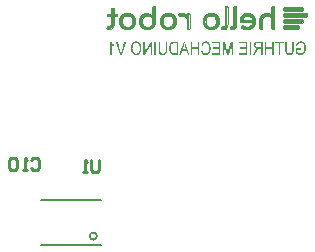
<source format=gbo>
G04 Layer_Color=13948096*
%FSLAX25Y25*%
%MOIN*%
G70*
G01*
G75*
%ADD40C,0.00600*%
%ADD41C,0.01000*%
%ADD88C,0.00039*%
G36*
X590437Y1144336D02*
X590531Y1144329D01*
X590625Y1144316D01*
X590712Y1144300D01*
X590793Y1144281D01*
X590871Y1144258D01*
X590942Y1144235D01*
X591007Y1144213D01*
X591066Y1144187D01*
X591121Y1144164D01*
X591166Y1144141D01*
X591202Y1144122D01*
X591234Y1144106D01*
X591253Y1144093D01*
X591270Y1144086D01*
X591273Y1144083D01*
X591344Y1144031D01*
X591412Y1143976D01*
X591477Y1143915D01*
X591538Y1143850D01*
X591597Y1143785D01*
X591649Y1143720D01*
X591697Y1143655D01*
X591739Y1143591D01*
X591778Y1143529D01*
X591814Y1143474D01*
X591843Y1143422D01*
X591866Y1143377D01*
X591885Y1143341D01*
X591901Y1143312D01*
X591908Y1143296D01*
X591911Y1143289D01*
X591953Y1143186D01*
X591992Y1143082D01*
X592025Y1142972D01*
X592050Y1142865D01*
X592076Y1142758D01*
X592096Y1142654D01*
X592112Y1142551D01*
X592125Y1142457D01*
X592135Y1142366D01*
X592141Y1142285D01*
X592148Y1142210D01*
X592151Y1142149D01*
Y1142120D01*
Y1142097D01*
X592154Y1142074D01*
Y1142058D01*
Y1142045D01*
Y1142035D01*
Y1142029D01*
Y1142026D01*
X592151Y1141896D01*
X592144Y1141770D01*
X592131Y1141647D01*
X592115Y1141533D01*
X592099Y1141426D01*
X592076Y1141326D01*
X592054Y1141232D01*
X592031Y1141148D01*
X592008Y1141070D01*
X591989Y1141002D01*
X591966Y1140940D01*
X591950Y1140892D01*
X591934Y1140853D01*
X591921Y1140824D01*
X591914Y1140808D01*
X591911Y1140801D01*
X591862Y1140707D01*
X591814Y1140623D01*
X591759Y1140542D01*
X591707Y1140464D01*
X591652Y1140396D01*
X591597Y1140331D01*
X591542Y1140276D01*
X591490Y1140224D01*
X591441Y1140179D01*
X591396Y1140137D01*
X591357Y1140104D01*
X591321Y1140075D01*
X591292Y1140056D01*
X591273Y1140040D01*
X591257Y1140030D01*
X591253Y1140027D01*
X591172Y1139981D01*
X591091Y1139939D01*
X591010Y1139904D01*
X590929Y1139874D01*
X590848Y1139848D01*
X590771Y1139826D01*
X590693Y1139810D01*
X590622Y1139793D01*
X590554Y1139784D01*
X590495Y1139774D01*
X590440Y1139771D01*
X590395Y1139764D01*
X590356D01*
X590327Y1139761D01*
X590304D01*
X590230Y1139764D01*
X590155Y1139767D01*
X590016Y1139787D01*
X589948Y1139800D01*
X589883Y1139816D01*
X589825Y1139832D01*
X589766Y1139848D01*
X589714Y1139861D01*
X589669Y1139878D01*
X589630Y1139894D01*
X589595Y1139907D01*
X589565Y1139917D01*
X589546Y1139926D01*
X589533Y1139929D01*
X589530Y1139933D01*
X589458Y1139968D01*
X589390Y1140004D01*
X589254Y1140088D01*
X589193Y1140130D01*
X589131Y1140172D01*
X589073Y1140218D01*
X589021Y1140257D01*
X588972Y1140296D01*
X588930Y1140334D01*
X588891Y1140367D01*
X588859Y1140396D01*
X588833Y1140419D01*
X588814Y1140435D01*
X588801Y1140448D01*
X588798Y1140451D01*
Y1142097D01*
X590333Y1142094D01*
Y1141572D01*
X589267D01*
Y1140746D01*
X589339Y1140678D01*
X589416Y1140616D01*
X589497Y1140561D01*
X589572Y1140513D01*
X589607Y1140493D01*
X589640Y1140474D01*
X589669Y1140461D01*
X589695Y1140448D01*
X589714Y1140435D01*
X589731Y1140428D01*
X589740Y1140425D01*
X589744Y1140422D01*
X589854Y1140376D01*
X589957Y1140344D01*
X590058Y1140322D01*
X590103Y1140312D01*
X590145Y1140305D01*
X590184Y1140299D01*
X590217Y1140296D01*
X590249Y1140292D01*
X590275D01*
X590294Y1140289D01*
X590323D01*
X590430Y1140296D01*
X590534Y1140308D01*
X590631Y1140331D01*
X590725Y1140357D01*
X590809Y1140393D01*
X590891Y1140428D01*
X590962Y1140467D01*
X591030Y1140509D01*
X591088Y1140551D01*
X591140Y1140590D01*
X591185Y1140626D01*
X591221Y1140662D01*
X591250Y1140688D01*
X591273Y1140710D01*
X591286Y1140726D01*
X591289Y1140730D01*
X591354Y1140817D01*
X591412Y1140914D01*
X591461Y1141018D01*
X591503Y1141125D01*
X591538Y1141235D01*
X591568Y1141345D01*
X591594Y1141455D01*
X591613Y1141562D01*
X591626Y1141663D01*
X591639Y1141757D01*
X591645Y1141841D01*
X591649Y1141880D01*
X591652Y1141916D01*
X591655Y1141948D01*
Y1141977D01*
X591658Y1142003D01*
Y1142023D01*
Y1142039D01*
Y1142052D01*
Y1142058D01*
Y1142061D01*
X591655Y1142168D01*
X591652Y1142269D01*
X591642Y1142369D01*
X591633Y1142460D01*
X591619Y1142547D01*
X591603Y1142628D01*
X591587Y1142703D01*
X591571Y1142771D01*
X591558Y1142832D01*
X591542Y1142887D01*
X591526Y1142936D01*
X591513Y1142975D01*
X591503Y1143004D01*
X591493Y1143027D01*
X591490Y1143043D01*
X591487Y1143046D01*
X591451Y1143121D01*
X591415Y1143189D01*
X591380Y1143250D01*
X591341Y1143312D01*
X591302Y1143364D01*
X591263Y1143412D01*
X591227Y1143458D01*
X591192Y1143497D01*
X591156Y1143532D01*
X591127Y1143561D01*
X591098Y1143587D01*
X591075Y1143607D01*
X591052Y1143623D01*
X591040Y1143633D01*
X591030Y1143639D01*
X591027Y1143643D01*
X590972Y1143678D01*
X590916Y1143707D01*
X590858Y1143733D01*
X590800Y1143756D01*
X590741Y1143775D01*
X590686Y1143788D01*
X590631Y1143801D01*
X590580Y1143814D01*
X590531Y1143821D01*
X590485Y1143827D01*
X590447Y1143830D01*
X590411Y1143834D01*
X590385Y1143837D01*
X590346D01*
X590249Y1143834D01*
X590158Y1143821D01*
X590074Y1143804D01*
X590003Y1143785D01*
X589970Y1143772D01*
X589944Y1143762D01*
X589919Y1143756D01*
X589899Y1143746D01*
X589883Y1143740D01*
X589870Y1143733D01*
X589863Y1143730D01*
X589860D01*
X589782Y1143688D01*
X589711Y1143639D01*
X589653Y1143591D01*
X589601Y1143545D01*
X589562Y1143503D01*
X589530Y1143468D01*
X589520Y1143458D01*
X589513Y1143448D01*
X589507Y1143442D01*
Y1143438D01*
X589481Y1143403D01*
X589458Y1143361D01*
X589416Y1143273D01*
X589377Y1143182D01*
X589348Y1143092D01*
X589332Y1143050D01*
X589322Y1143007D01*
X589309Y1142972D01*
X589303Y1142943D01*
X589296Y1142917D01*
X589290Y1142897D01*
X589287Y1142884D01*
Y1142881D01*
X588856Y1143027D01*
X588875Y1143114D01*
X588895Y1143195D01*
X588917Y1143270D01*
X588943Y1143341D01*
X588966Y1143409D01*
X588992Y1143471D01*
X589015Y1143526D01*
X589037Y1143574D01*
X589060Y1143620D01*
X589079Y1143659D01*
X589099Y1143691D01*
X589115Y1143720D01*
X589128Y1143740D01*
X589138Y1143756D01*
X589144Y1143766D01*
X589147Y1143769D01*
X589225Y1143866D01*
X589306Y1143950D01*
X589387Y1144022D01*
X589465Y1144083D01*
X589504Y1144106D01*
X589536Y1144129D01*
X589565Y1144148D01*
X589591Y1144164D01*
X589611Y1144174D01*
X589627Y1144184D01*
X589637Y1144187D01*
X589640Y1144190D01*
X589698Y1144216D01*
X589756Y1144239D01*
X589873Y1144277D01*
X589990Y1144303D01*
X590048Y1144313D01*
X590100Y1144320D01*
X590149Y1144326D01*
X590194Y1144333D01*
X590236Y1144336D01*
X590268D01*
X590298Y1144339D01*
X590337D01*
X590437Y1144336D01*
D02*
G37*
G36*
X530753Y1139835D02*
X530257D01*
X528844Y1144261D01*
X529330D01*
X530312Y1141044D01*
X530351Y1140911D01*
X530390Y1140778D01*
X530422Y1140658D01*
X530435Y1140600D01*
X530452Y1140548D01*
X530465Y1140500D01*
X530474Y1140454D01*
X530484Y1140415D01*
X530490Y1140383D01*
X530497Y1140357D01*
X530503Y1140338D01*
X530507Y1140325D01*
Y1140322D01*
X530539Y1140454D01*
X530571Y1140581D01*
X530604Y1140704D01*
X530617Y1140762D01*
X530633Y1140814D01*
X530646Y1140862D01*
X530659Y1140908D01*
X530669Y1140947D01*
X530678Y1140979D01*
X530688Y1141008D01*
X530691Y1141028D01*
X530698Y1141041D01*
Y1141044D01*
X531641Y1144261D01*
X532162D01*
X530753Y1139835D01*
D02*
G37*
G36*
X545877Y1141702D02*
Y1141601D01*
X545874Y1141507D01*
X545867Y1141413D01*
X545861Y1141326D01*
X545855Y1141242D01*
X545845Y1141161D01*
X545832Y1141083D01*
X545822Y1141008D01*
X545809Y1140937D01*
X545793Y1140869D01*
X545780Y1140808D01*
X545764Y1140746D01*
X545748Y1140688D01*
X545731Y1140636D01*
X545715Y1140584D01*
X545699Y1140539D01*
X545667Y1140454D01*
X545634Y1140380D01*
X545602Y1140322D01*
X545576Y1140273D01*
X545553Y1140234D01*
X545537Y1140208D01*
X545524Y1140195D01*
X545521Y1140189D01*
X545449Y1140114D01*
X545372Y1140046D01*
X545291Y1139991D01*
X545203Y1139942D01*
X545113Y1139900D01*
X545025Y1139865D01*
X544938Y1139839D01*
X544850Y1139816D01*
X544769Y1139797D01*
X544695Y1139784D01*
X544627Y1139774D01*
X544565Y1139767D01*
X544516Y1139764D01*
X544497D01*
X544481Y1139761D01*
X544448D01*
X544354Y1139764D01*
X544264Y1139771D01*
X544179Y1139784D01*
X544102Y1139797D01*
X544027Y1139816D01*
X543959Y1139835D01*
X543894Y1139858D01*
X543836Y1139881D01*
X543784Y1139900D01*
X543739Y1139923D01*
X543700Y1139942D01*
X543668Y1139962D01*
X543642Y1139975D01*
X543625Y1139988D01*
X543612Y1139994D01*
X543609Y1139997D01*
X543551Y1140043D01*
X543496Y1140095D01*
X543444Y1140147D01*
X543399Y1140202D01*
X543357Y1140253D01*
X543321Y1140308D01*
X543285Y1140364D01*
X543256Y1140412D01*
X543230Y1140461D01*
X543211Y1140506D01*
X543191Y1140545D01*
X543178Y1140581D01*
X543165Y1140610D01*
X543159Y1140629D01*
X543152Y1140646D01*
Y1140649D01*
X543130Y1140730D01*
X543110Y1140811D01*
X543078Y1140986D01*
X543055Y1141164D01*
X543049Y1141248D01*
X543042Y1141329D01*
X543036Y1141407D01*
X543033Y1141478D01*
X543029Y1141540D01*
Y1141595D01*
X543026Y1141640D01*
Y1141673D01*
Y1141685D01*
Y1141695D01*
Y1141698D01*
Y1141702D01*
Y1144261D01*
X543505D01*
Y1141705D01*
X543509Y1141553D01*
X543515Y1141417D01*
X543528Y1141290D01*
X543541Y1141174D01*
X543561Y1141073D01*
X543580Y1140979D01*
X543600Y1140898D01*
X543622Y1140827D01*
X543645Y1140765D01*
X543664Y1140714D01*
X543684Y1140671D01*
X543703Y1140636D01*
X543716Y1140610D01*
X543729Y1140590D01*
X543736Y1140581D01*
X543739Y1140577D01*
X543784Y1140526D01*
X543836Y1140483D01*
X543891Y1140445D01*
X543953Y1140412D01*
X544014Y1140383D01*
X544076Y1140360D01*
X544137Y1140341D01*
X544196Y1140325D01*
X544254Y1140312D01*
X544306Y1140305D01*
X544354Y1140299D01*
X544396Y1140292D01*
X544432D01*
X544458Y1140289D01*
X544481D01*
X544536Y1140292D01*
X544591Y1140296D01*
X544691Y1140312D01*
X544779Y1140334D01*
X544818Y1140347D01*
X544853Y1140360D01*
X544886Y1140373D01*
X544915Y1140383D01*
X544941Y1140396D01*
X544960Y1140406D01*
X544977Y1140415D01*
X544989Y1140422D01*
X544996Y1140428D01*
X544999D01*
X545074Y1140487D01*
X545139Y1140551D01*
X545190Y1140619D01*
X545232Y1140684D01*
X545265Y1140746D01*
X545278Y1140769D01*
X545288Y1140791D01*
X545297Y1140811D01*
X545304Y1140824D01*
X545307Y1140833D01*
Y1140837D01*
X545323Y1140892D01*
X545336Y1140950D01*
X545349Y1141018D01*
X545359Y1141086D01*
X545375Y1141229D01*
X545385Y1141371D01*
X545391Y1141439D01*
Y1141501D01*
X545394Y1141559D01*
X545398Y1141608D01*
Y1141647D01*
Y1141679D01*
Y1141698D01*
Y1141702D01*
Y1141705D01*
Y1144261D01*
X545877D01*
Y1141702D01*
D02*
G37*
G36*
X588101D02*
Y1141601D01*
X588098Y1141507D01*
X588091Y1141413D01*
X588085Y1141326D01*
X588078Y1141242D01*
X588068Y1141161D01*
X588056Y1141083D01*
X588046Y1141008D01*
X588033Y1140937D01*
X588017Y1140869D01*
X588004Y1140808D01*
X587988Y1140746D01*
X587971Y1140688D01*
X587955Y1140636D01*
X587939Y1140584D01*
X587923Y1140539D01*
X587890Y1140454D01*
X587858Y1140380D01*
X587825Y1140322D01*
X587800Y1140273D01*
X587777Y1140234D01*
X587761Y1140208D01*
X587748Y1140195D01*
X587745Y1140189D01*
X587673Y1140114D01*
X587595Y1140046D01*
X587514Y1139991D01*
X587427Y1139942D01*
X587336Y1139900D01*
X587249Y1139865D01*
X587161Y1139839D01*
X587074Y1139816D01*
X586993Y1139797D01*
X586918Y1139784D01*
X586850Y1139774D01*
X586789Y1139767D01*
X586740Y1139764D01*
X586721D01*
X586704Y1139761D01*
X586672D01*
X586578Y1139764D01*
X586487Y1139771D01*
X586403Y1139784D01*
X586325Y1139797D01*
X586251Y1139816D01*
X586183Y1139835D01*
X586118Y1139858D01*
X586060Y1139881D01*
X586008Y1139900D01*
X585962Y1139923D01*
X585924Y1139942D01*
X585891Y1139962D01*
X585865Y1139975D01*
X585849Y1139988D01*
X585836Y1139994D01*
X585833Y1139997D01*
X585775Y1140043D01*
X585719Y1140095D01*
X585668Y1140147D01*
X585622Y1140202D01*
X585580Y1140253D01*
X585544Y1140308D01*
X585509Y1140364D01*
X585480Y1140412D01*
X585454Y1140461D01*
X585434Y1140506D01*
X585415Y1140545D01*
X585402Y1140581D01*
X585389Y1140610D01*
X585383Y1140629D01*
X585376Y1140646D01*
Y1140649D01*
X585353Y1140730D01*
X585334Y1140811D01*
X585301Y1140986D01*
X585279Y1141164D01*
X585272Y1141248D01*
X585266Y1141329D01*
X585259Y1141407D01*
X585256Y1141478D01*
X585253Y1141540D01*
Y1141595D01*
X585250Y1141640D01*
Y1141673D01*
Y1141685D01*
Y1141695D01*
Y1141698D01*
Y1141702D01*
Y1144261D01*
X585729D01*
Y1141705D01*
X585732Y1141553D01*
X585739Y1141417D01*
X585752Y1141290D01*
X585765Y1141174D01*
X585784Y1141073D01*
X585804Y1140979D01*
X585823Y1140898D01*
X585846Y1140827D01*
X585869Y1140765D01*
X585888Y1140714D01*
X585907Y1140671D01*
X585927Y1140636D01*
X585940Y1140610D01*
X585953Y1140590D01*
X585959Y1140581D01*
X585962Y1140577D01*
X586008Y1140526D01*
X586060Y1140483D01*
X586115Y1140445D01*
X586176Y1140412D01*
X586238Y1140383D01*
X586299Y1140360D01*
X586361Y1140341D01*
X586419Y1140325D01*
X586478Y1140312D01*
X586529Y1140305D01*
X586578Y1140299D01*
X586620Y1140292D01*
X586656D01*
X586682Y1140289D01*
X586704D01*
X586760Y1140292D01*
X586815Y1140296D01*
X586915Y1140312D01*
X587003Y1140334D01*
X587041Y1140347D01*
X587077Y1140360D01*
X587109Y1140373D01*
X587139Y1140383D01*
X587164Y1140396D01*
X587184Y1140406D01*
X587200Y1140415D01*
X587213Y1140422D01*
X587220Y1140428D01*
X587223D01*
X587297Y1140487D01*
X587362Y1140551D01*
X587414Y1140619D01*
X587456Y1140684D01*
X587489Y1140746D01*
X587501Y1140769D01*
X587511Y1140791D01*
X587521Y1140811D01*
X587527Y1140824D01*
X587531Y1140833D01*
Y1140837D01*
X587547Y1140892D01*
X587560Y1140950D01*
X587573Y1141018D01*
X587582Y1141086D01*
X587599Y1141229D01*
X587608Y1141371D01*
X587615Y1141439D01*
Y1141501D01*
X587618Y1141559D01*
X587621Y1141608D01*
Y1141647D01*
Y1141679D01*
Y1141698D01*
Y1141702D01*
Y1141705D01*
Y1144261D01*
X588101D01*
Y1141702D01*
D02*
G37*
G36*
X567844Y1139835D02*
X567381D01*
Y1143600D01*
X566335Y1139835D01*
X565900D01*
X564844Y1143539D01*
Y1139835D01*
X564381D01*
Y1144261D01*
X565029D01*
X565897Y1141180D01*
X565920Y1141096D01*
X565942Y1141018D01*
X565962Y1140944D01*
X565981Y1140872D01*
X566001Y1140811D01*
X566017Y1140752D01*
X566030Y1140701D01*
X566043Y1140652D01*
X566053Y1140610D01*
X566066Y1140574D01*
X566072Y1140542D01*
X566079Y1140516D01*
X566085Y1140496D01*
X566088Y1140483D01*
X566092Y1140474D01*
Y1140471D01*
X566263Y1141125D01*
X567122Y1144261D01*
X567844D01*
Y1139835D01*
D02*
G37*
G36*
X581346D02*
X580866D01*
Y1141922D01*
X578980D01*
Y1139835D01*
X578501D01*
Y1144261D01*
X578980D01*
Y1142444D01*
X580866D01*
Y1144261D01*
X581346D01*
Y1139835D01*
D02*
G37*
G36*
X527241Y1144222D02*
X527267Y1144167D01*
X527328Y1144060D01*
X527393Y1143960D01*
X527429Y1143915D01*
X527461Y1143869D01*
X527490Y1143830D01*
X527519Y1143795D01*
X527545Y1143762D01*
X527571Y1143733D01*
X527591Y1143711D01*
X527604Y1143694D01*
X527613Y1143685D01*
X527617Y1143681D01*
X527727Y1143571D01*
X527837Y1143474D01*
X527944Y1143383D01*
X527996Y1143344D01*
X528048Y1143309D01*
X528093Y1143276D01*
X528135Y1143250D01*
X528171Y1143225D01*
X528203Y1143205D01*
X528229Y1143189D01*
X528248Y1143176D01*
X528261Y1143169D01*
X528265Y1143166D01*
Y1142641D01*
X528180Y1142680D01*
X528099Y1142725D01*
X528018Y1142771D01*
X527944Y1142816D01*
X527911Y1142839D01*
X527882Y1142858D01*
X527856Y1142878D01*
X527834Y1142894D01*
X527814Y1142904D01*
X527801Y1142914D01*
X527792Y1142920D01*
X527788Y1142923D01*
X527694Y1142994D01*
X527613Y1143062D01*
X527542Y1143124D01*
X527484Y1143182D01*
X527435Y1143228D01*
X527419Y1143247D01*
X527403Y1143263D01*
X527390Y1143276D01*
X527380Y1143289D01*
X527377Y1143293D01*
X527374Y1143296D01*
Y1139835D01*
X526926D01*
Y1144277D01*
X527218D01*
X527241Y1144222D01*
D02*
G37*
G36*
X540823Y1139835D02*
X540359D01*
Y1143302D01*
X538458Y1139835D01*
X537962D01*
Y1144261D01*
X538422D01*
Y1140785D01*
X540330Y1144261D01*
X540823D01*
Y1139835D01*
D02*
G37*
G36*
X556572D02*
X556093D01*
Y1141922D01*
X554207D01*
Y1139835D01*
X553728D01*
Y1144261D01*
X554207D01*
Y1142444D01*
X556093D01*
Y1144261D01*
X556572D01*
Y1139835D01*
D02*
G37*
G36*
X558750Y1144336D02*
X558837Y1144329D01*
X558921Y1144316D01*
X558999Y1144300D01*
X559077Y1144277D01*
X559148Y1144258D01*
X559216Y1144232D01*
X559278Y1144209D01*
X559333Y1144187D01*
X559385Y1144161D01*
X559427Y1144141D01*
X559466Y1144122D01*
X559495Y1144102D01*
X559514Y1144090D01*
X559531Y1144083D01*
X559534Y1144080D01*
X559605Y1144028D01*
X559673Y1143973D01*
X559735Y1143915D01*
X559793Y1143850D01*
X559848Y1143788D01*
X559900Y1143723D01*
X559945Y1143662D01*
X559987Y1143600D01*
X560023Y1143542D01*
X560055Y1143490D01*
X560085Y1143442D01*
X560107Y1143400D01*
X560127Y1143364D01*
X560140Y1143338D01*
X560146Y1143322D01*
X560149Y1143315D01*
X560188Y1143218D01*
X560224Y1143118D01*
X560253Y1143014D01*
X560279Y1142910D01*
X560302Y1142803D01*
X560321Y1142703D01*
X560337Y1142602D01*
X560347Y1142509D01*
X560357Y1142418D01*
X560363Y1142337D01*
X560370Y1142262D01*
X560373Y1142201D01*
X560376Y1142149D01*
Y1142126D01*
Y1142110D01*
Y1142097D01*
Y1142087D01*
Y1142081D01*
Y1142078D01*
X560373Y1141942D01*
X560366Y1141812D01*
X560357Y1141685D01*
X560341Y1141566D01*
X560324Y1141452D01*
X560305Y1141348D01*
X560282Y1141248D01*
X560263Y1141161D01*
X560240Y1141076D01*
X560221Y1141005D01*
X560201Y1140944D01*
X560185Y1140892D01*
X560169Y1140850D01*
X560159Y1140820D01*
X560153Y1140801D01*
X560149Y1140794D01*
X560104Y1140697D01*
X560059Y1140603D01*
X560010Y1140519D01*
X559962Y1140441D01*
X559913Y1140370D01*
X559864Y1140305D01*
X559819Y1140247D01*
X559774Y1140195D01*
X559731Y1140150D01*
X559689Y1140111D01*
X559657Y1140079D01*
X559624Y1140053D01*
X559602Y1140030D01*
X559582Y1140017D01*
X559569Y1140007D01*
X559566Y1140004D01*
X559498Y1139962D01*
X559427Y1139923D01*
X559352Y1139890D01*
X559281Y1139865D01*
X559207Y1139839D01*
X559135Y1139819D01*
X559067Y1139803D01*
X558999Y1139790D01*
X558938Y1139780D01*
X558883Y1139774D01*
X558831Y1139767D01*
X558789Y1139764D01*
X558753D01*
X558727Y1139761D01*
X558704D01*
X558597Y1139764D01*
X558497Y1139777D01*
X558403Y1139793D01*
X558309Y1139819D01*
X558225Y1139845D01*
X558144Y1139878D01*
X558069Y1139910D01*
X558005Y1139946D01*
X557943Y1139978D01*
X557888Y1140010D01*
X557842Y1140043D01*
X557804Y1140069D01*
X557771Y1140095D01*
X557752Y1140111D01*
X557736Y1140124D01*
X557732Y1140127D01*
X557661Y1140202D01*
X557593Y1140279D01*
X557531Y1140367D01*
X557473Y1140454D01*
X557425Y1140548D01*
X557376Y1140639D01*
X557337Y1140730D01*
X557298Y1140820D01*
X557269Y1140905D01*
X557240Y1140982D01*
X557217Y1141054D01*
X557201Y1141115D01*
X557185Y1141167D01*
X557182Y1141190D01*
X557175Y1141206D01*
X557172Y1141219D01*
Y1141229D01*
X557169Y1141235D01*
Y1141238D01*
X557651Y1141387D01*
X557671Y1141284D01*
X557697Y1141190D01*
X557723Y1141099D01*
X557752Y1141015D01*
X557784Y1140940D01*
X557813Y1140872D01*
X557846Y1140808D01*
X557878Y1140752D01*
X557911Y1140704D01*
X557940Y1140658D01*
X557966Y1140623D01*
X557988Y1140594D01*
X558008Y1140571D01*
X558021Y1140555D01*
X558030Y1140545D01*
X558034Y1140542D01*
X558089Y1140493D01*
X558144Y1140451D01*
X558202Y1140412D01*
X558260Y1140380D01*
X558316Y1140354D01*
X558374Y1140331D01*
X558429Y1140312D01*
X558478Y1140299D01*
X558526Y1140286D01*
X558571Y1140279D01*
X558610Y1140273D01*
X558646Y1140266D01*
X558672D01*
X558695Y1140263D01*
X558711D01*
X558808Y1140270D01*
X558899Y1140283D01*
X558986Y1140305D01*
X559067Y1140334D01*
X559145Y1140370D01*
X559213Y1140406D01*
X559278Y1140448D01*
X559336Y1140490D01*
X559388Y1140532D01*
X559433Y1140574D01*
X559472Y1140613D01*
X559505Y1140646D01*
X559531Y1140675D01*
X559547Y1140697D01*
X559560Y1140710D01*
X559563Y1140717D01*
X559618Y1140808D01*
X559667Y1140905D01*
X559709Y1141012D01*
X559748Y1141122D01*
X559777Y1141232D01*
X559803Y1141345D01*
X559825Y1141459D01*
X559842Y1141569D01*
X559855Y1141669D01*
X559864Y1141766D01*
X559871Y1141854D01*
X559874Y1141893D01*
Y1141928D01*
X559877Y1141961D01*
Y1141990D01*
X559880Y1142016D01*
Y1142039D01*
Y1142055D01*
Y1142068D01*
Y1142074D01*
Y1142078D01*
X559877Y1142188D01*
X559874Y1142295D01*
X559867Y1142392D01*
X559855Y1142486D01*
X559845Y1142577D01*
X559832Y1142657D01*
X559816Y1142732D01*
X559803Y1142800D01*
X559787Y1142862D01*
X559774Y1142917D01*
X559761Y1142962D01*
X559748Y1143001D01*
X559738Y1143033D01*
X559731Y1143053D01*
X559728Y1143069D01*
X559725Y1143072D01*
X559693Y1143143D01*
X559660Y1143208D01*
X559628Y1143270D01*
X559592Y1143328D01*
X559556Y1143380D01*
X559521Y1143429D01*
X559485Y1143471D01*
X559453Y1143506D01*
X559420Y1143542D01*
X559391Y1143571D01*
X559365Y1143594D01*
X559346Y1143613D01*
X559326Y1143629D01*
X559313Y1143639D01*
X559304Y1143646D01*
X559301Y1143649D01*
X559249Y1143681D01*
X559197Y1143711D01*
X559145Y1143736D01*
X559090Y1143759D01*
X559038Y1143775D01*
X558986Y1143791D01*
X558886Y1143814D01*
X558840Y1143821D01*
X558802Y1143827D01*
X558763Y1143830D01*
X558734Y1143834D01*
X558708Y1143837D01*
X558672D01*
X558604Y1143834D01*
X558542Y1143827D01*
X558481Y1143814D01*
X558419Y1143798D01*
X558364Y1143775D01*
X558312Y1143753D01*
X558260Y1143723D01*
X558212Y1143694D01*
X558124Y1143623D01*
X558043Y1143545D01*
X557975Y1143464D01*
X557914Y1143377D01*
X557859Y1143293D01*
X557817Y1143208D01*
X557778Y1143130D01*
X557749Y1143059D01*
X557739Y1143030D01*
X557726Y1143001D01*
X557719Y1142978D01*
X557713Y1142956D01*
X557706Y1142939D01*
X557703Y1142926D01*
X557700Y1142920D01*
Y1142917D01*
X557230Y1143053D01*
X557263Y1143166D01*
X557298Y1143276D01*
X557337Y1143377D01*
X557376Y1143471D01*
X557421Y1143555D01*
X557467Y1143633D01*
X557509Y1143704D01*
X557554Y1143769D01*
X557593Y1143827D01*
X557632Y1143876D01*
X557668Y1143918D01*
X557700Y1143950D01*
X557726Y1143976D01*
X557745Y1143996D01*
X557758Y1144009D01*
X557761Y1144012D01*
X557833Y1144070D01*
X557907Y1144119D01*
X557985Y1144164D01*
X558060Y1144200D01*
X558137Y1144232D01*
X558212Y1144258D01*
X558283Y1144281D01*
X558351Y1144297D01*
X558416Y1144313D01*
X558478Y1144323D01*
X558529Y1144329D01*
X558575Y1144333D01*
X558610Y1144336D01*
X558640Y1144339D01*
X558662D01*
X558750Y1144336D01*
D02*
G37*
G36*
X549545Y1139835D02*
X548236D01*
X548136Y1139839D01*
X548038Y1139845D01*
X547944Y1139855D01*
X547860Y1139871D01*
X547779Y1139887D01*
X547705Y1139904D01*
X547637Y1139923D01*
X547575Y1139946D01*
X547520Y1139965D01*
X547474Y1139985D01*
X547432Y1140001D01*
X547397Y1140020D01*
X547371Y1140033D01*
X547351Y1140043D01*
X547338Y1140049D01*
X547335Y1140053D01*
X547270Y1140098D01*
X547212Y1140147D01*
X547154Y1140202D01*
X547099Y1140263D01*
X547050Y1140322D01*
X547005Y1140383D01*
X546959Y1140445D01*
X546920Y1140506D01*
X546888Y1140565D01*
X546856Y1140619D01*
X546830Y1140668D01*
X546807Y1140710D01*
X546791Y1140746D01*
X546778Y1140772D01*
X546771Y1140788D01*
X546768Y1140794D01*
X546729Y1140895D01*
X546694Y1140999D01*
X546664Y1141109D01*
X546639Y1141216D01*
X546616Y1141323D01*
X546600Y1141430D01*
X546584Y1141533D01*
X546574Y1141630D01*
X546564Y1141721D01*
X546558Y1141805D01*
X546551Y1141880D01*
X546548Y1141945D01*
Y1141974D01*
X546545Y1142000D01*
Y1142019D01*
Y1142039D01*
Y1142052D01*
Y1142061D01*
Y1142068D01*
Y1142071D01*
Y1142178D01*
X546551Y1142282D01*
X546558Y1142382D01*
X546564Y1142476D01*
X546574Y1142567D01*
X546587Y1142648D01*
X546600Y1142725D01*
X546609Y1142797D01*
X546622Y1142862D01*
X546635Y1142917D01*
X546645Y1142965D01*
X546658Y1143007D01*
X546664Y1143040D01*
X546671Y1143062D01*
X546677Y1143079D01*
Y1143082D01*
X546703Y1143160D01*
X546729Y1143234D01*
X546759Y1143305D01*
X546788Y1143373D01*
X546820Y1143435D01*
X546849Y1143493D01*
X546878Y1143548D01*
X546908Y1143597D01*
X546933Y1143643D01*
X546959Y1143681D01*
X546982Y1143714D01*
X547002Y1143740D01*
X547018Y1143762D01*
X547031Y1143779D01*
X547037Y1143788D01*
X547040Y1143791D01*
X547086Y1143843D01*
X547131Y1143889D01*
X547176Y1143931D01*
X547222Y1143970D01*
X547270Y1144005D01*
X547316Y1144038D01*
X547358Y1144067D01*
X547400Y1144090D01*
X547439Y1144112D01*
X547474Y1144129D01*
X547507Y1144145D01*
X547536Y1144158D01*
X547555Y1144167D01*
X547575Y1144171D01*
X547585Y1144177D01*
X547588D01*
X547637Y1144193D01*
X547688Y1144206D01*
X547743Y1144216D01*
X547798Y1144226D01*
X547915Y1144242D01*
X548032Y1144252D01*
X548084Y1144255D01*
X548136Y1144258D01*
X548178D01*
X548216Y1144261D01*
X549545D01*
Y1139835D01*
D02*
G37*
G36*
X553310D02*
X552801D01*
X552409Y1141177D01*
X550886D01*
X550465Y1139835D01*
X549914D01*
X551401Y1144261D01*
X551920D01*
X553310Y1139835D01*
D02*
G37*
G36*
X535616Y1144336D02*
X535684Y1144333D01*
X535814Y1144313D01*
X535937Y1144284D01*
X536054Y1144245D01*
X536164Y1144197D01*
X536267Y1144148D01*
X536361Y1144093D01*
X536446Y1144034D01*
X536523Y1143976D01*
X536591Y1143924D01*
X536650Y1143873D01*
X536698Y1143824D01*
X536737Y1143785D01*
X536766Y1143756D01*
X536783Y1143736D01*
X536789Y1143733D01*
Y1143730D01*
X536876Y1143610D01*
X536951Y1143480D01*
X537019Y1143344D01*
X537074Y1143202D01*
X537123Y1143056D01*
X537165Y1142914D01*
X537197Y1142771D01*
X537223Y1142632D01*
X537243Y1142502D01*
X537259Y1142379D01*
X537265Y1142324D01*
X537268Y1142272D01*
X537275Y1142223D01*
X537278Y1142178D01*
Y1142136D01*
X537282Y1142097D01*
Y1142068D01*
X537285Y1142039D01*
Y1142019D01*
Y1142003D01*
Y1141993D01*
Y1141990D01*
X537278Y1141825D01*
X537265Y1141666D01*
X537243Y1141517D01*
X537217Y1141371D01*
X537181Y1141238D01*
X537145Y1141112D01*
X537107Y1140995D01*
X537064Y1140889D01*
X537022Y1140794D01*
X536983Y1140707D01*
X536948Y1140636D01*
X536912Y1140574D01*
X536899Y1140548D01*
X536886Y1140526D01*
X536873Y1140506D01*
X536864Y1140490D01*
X536854Y1140477D01*
X536847Y1140467D01*
X536844Y1140464D01*
Y1140461D01*
X536799Y1140396D01*
X536750Y1140338D01*
X536698Y1140283D01*
X536646Y1140231D01*
X536595Y1140182D01*
X536543Y1140137D01*
X536491Y1140095D01*
X536436Y1140056D01*
X536329Y1139988D01*
X536219Y1139933D01*
X536115Y1139884D01*
X536015Y1139848D01*
X535917Y1139819D01*
X535830Y1139797D01*
X535752Y1139784D01*
X535684Y1139771D01*
X535655Y1139767D01*
X535629Y1139764D01*
X535606D01*
X535587Y1139761D01*
X535551D01*
X535477Y1139764D01*
X535405Y1139767D01*
X535334Y1139777D01*
X535266Y1139790D01*
X535137Y1139822D01*
X535013Y1139868D01*
X534900Y1139920D01*
X534793Y1139975D01*
X534696Y1140036D01*
X534609Y1140101D01*
X534527Y1140166D01*
X534459Y1140228D01*
X534401Y1140283D01*
X534352Y1140334D01*
X534314Y1140380D01*
X534284Y1140412D01*
X534275Y1140425D01*
X534268Y1140435D01*
X534262Y1140438D01*
Y1140441D01*
X534184Y1140561D01*
X534113Y1140688D01*
X534054Y1140820D01*
X534003Y1140953D01*
X533960Y1141086D01*
X533925Y1141222D01*
X533896Y1141352D01*
X533870Y1141475D01*
X533854Y1141591D01*
X533837Y1141702D01*
X533834Y1141750D01*
X533828Y1141799D01*
X533824Y1141841D01*
X533821Y1141883D01*
X533818Y1141919D01*
Y1141951D01*
X533815Y1141977D01*
Y1142003D01*
Y1142019D01*
Y1142035D01*
Y1142042D01*
Y1142045D01*
X533818Y1142178D01*
X533824Y1142304D01*
X533837Y1142424D01*
X533850Y1142538D01*
X533870Y1142648D01*
X533889Y1142748D01*
X533909Y1142842D01*
X533931Y1142930D01*
X533954Y1143007D01*
X533973Y1143075D01*
X533993Y1143134D01*
X534012Y1143186D01*
X534025Y1143225D01*
X534038Y1143254D01*
X534045Y1143270D01*
X534048Y1143276D01*
X534093Y1143370D01*
X534142Y1143458D01*
X534191Y1143542D01*
X534242Y1143620D01*
X534294Y1143691D01*
X534346Y1143756D01*
X534398Y1143814D01*
X534446Y1143866D01*
X534492Y1143911D01*
X534537Y1143954D01*
X534576Y1143989D01*
X534609Y1144015D01*
X534634Y1144038D01*
X534657Y1144054D01*
X534670Y1144064D01*
X534673Y1144067D01*
X534748Y1144116D01*
X534826Y1144158D01*
X534900Y1144193D01*
X534978Y1144226D01*
X535052Y1144252D01*
X535124Y1144274D01*
X535192Y1144291D01*
X535260Y1144307D01*
X535321Y1144316D01*
X535376Y1144326D01*
X535425Y1144329D01*
X535467Y1144336D01*
X535503D01*
X535525Y1144339D01*
X535548D01*
X535616Y1144336D01*
D02*
G37*
G36*
X542125Y1139835D02*
X541646D01*
Y1144261D01*
X542125D01*
Y1139835D01*
D02*
G37*
G36*
X563597D02*
X560888D01*
Y1140357D01*
X563117D01*
Y1141864D01*
X561108D01*
Y1142385D01*
X563117D01*
Y1143740D01*
X560972D01*
Y1144261D01*
X563597D01*
Y1139835D01*
D02*
G37*
G36*
X577688D02*
X577208D01*
Y1141802D01*
X576654D01*
X576570Y1141799D01*
X576495Y1141792D01*
X576430Y1141780D01*
X576379Y1141770D01*
X576336Y1141757D01*
X576307Y1141744D01*
X576288Y1141737D01*
X576281Y1141734D01*
X576229Y1141705D01*
X576181Y1141666D01*
X576132Y1141627D01*
X576090Y1141585D01*
X576055Y1141543D01*
X576025Y1141510D01*
X576016Y1141501D01*
X576009Y1141491D01*
X576003Y1141485D01*
Y1141481D01*
X575974Y1141442D01*
X575944Y1141397D01*
X575912Y1141345D01*
X575876Y1141287D01*
X575805Y1141167D01*
X575737Y1141047D01*
X575705Y1140989D01*
X575675Y1140934D01*
X575646Y1140885D01*
X575624Y1140840D01*
X575604Y1140804D01*
X575591Y1140775D01*
X575582Y1140759D01*
X575578Y1140752D01*
X575096Y1139835D01*
X574490D01*
X575125Y1141037D01*
X575186Y1141151D01*
X575251Y1141258D01*
X575316Y1141352D01*
X575345Y1141397D01*
X575374Y1141436D01*
X575400Y1141472D01*
X575423Y1141504D01*
X575445Y1141533D01*
X575465Y1141556D01*
X575481Y1141575D01*
X575491Y1141588D01*
X575497Y1141598D01*
X575500Y1141601D01*
X575546Y1141647D01*
X575595Y1141692D01*
X575646Y1141734D01*
X575695Y1141773D01*
X575740Y1141802D01*
X575776Y1141828D01*
X575789Y1141835D01*
X575799Y1141841D01*
X575805Y1141848D01*
X575808D01*
X575718Y1141867D01*
X575633Y1141890D01*
X575556Y1141916D01*
X575481Y1141945D01*
X575413Y1141977D01*
X575351Y1142010D01*
X575293Y1142042D01*
X575245Y1142078D01*
X575199Y1142110D01*
X575160Y1142139D01*
X575125Y1142168D01*
X575099Y1142194D01*
X575076Y1142214D01*
X575063Y1142230D01*
X575053Y1142239D01*
X575050Y1142243D01*
X575005Y1142304D01*
X574963Y1142366D01*
X574927Y1142434D01*
X574898Y1142502D01*
X574872Y1142570D01*
X574853Y1142638D01*
X574833Y1142703D01*
X574820Y1142768D01*
X574810Y1142826D01*
X574801Y1142881D01*
X574794Y1142930D01*
X574791Y1142972D01*
Y1143007D01*
X574788Y1143033D01*
Y1143050D01*
Y1143056D01*
X574791Y1143127D01*
X574794Y1143192D01*
X574801Y1143257D01*
X574810Y1143322D01*
X574823Y1143380D01*
X574836Y1143435D01*
X574849Y1143484D01*
X574865Y1143532D01*
X574878Y1143574D01*
X574895Y1143613D01*
X574908Y1143646D01*
X574917Y1143672D01*
X574930Y1143694D01*
X574937Y1143711D01*
X574940Y1143720D01*
X574943Y1143723D01*
X574972Y1143775D01*
X575005Y1143824D01*
X575037Y1143869D01*
X575070Y1143908D01*
X575102Y1143947D01*
X575134Y1143979D01*
X575167Y1144012D01*
X575199Y1144038D01*
X575228Y1144060D01*
X575254Y1144080D01*
X575277Y1144099D01*
X575300Y1144112D01*
X575316Y1144122D01*
X575329Y1144129D01*
X575335Y1144135D01*
X575339D01*
X575387Y1144158D01*
X575439Y1144177D01*
X575497Y1144193D01*
X575556Y1144209D01*
X575679Y1144232D01*
X575799Y1144245D01*
X575857Y1144252D01*
X575909Y1144255D01*
X575957Y1144258D01*
X575999D01*
X576032Y1144261D01*
X577688D01*
Y1139835D01*
D02*
G37*
G36*
X584705Y1143740D02*
X583510D01*
Y1139835D01*
X583030D01*
Y1143740D01*
X581828D01*
Y1144261D01*
X584705D01*
Y1143740D01*
D02*
G37*
G36*
X572607Y1139835D02*
X569899D01*
Y1140357D01*
X572128D01*
Y1141864D01*
X570119D01*
Y1142385D01*
X572128D01*
Y1143740D01*
X569983D01*
Y1144261D01*
X572607D01*
Y1139835D01*
D02*
G37*
G36*
X573936D02*
X573456D01*
Y1144261D01*
X573936D01*
Y1139835D01*
D02*
G37*
G36*
X585271Y1153809D02*
X591948D01*
X592133Y1153757D01*
X592313Y1153641D01*
X592342Y1153610D01*
X592343Y1153610D01*
X592343Y1153610D01*
X592372Y1153579D01*
X592482Y1153390D01*
X592531Y1153195D01*
Y1153131D01*
Y1153065D01*
X592481Y1152867D01*
X592342Y1152651D01*
X592137Y1152506D01*
X591949Y1152453D01*
X585271D01*
X585264Y1152450D01*
X585261Y1152451D01*
X585134D01*
X584946Y1152504D01*
X584741Y1152650D01*
X584603Y1152866D01*
X584552Y1153065D01*
Y1153130D01*
Y1153195D01*
X584603Y1153394D01*
X584741Y1153610D01*
X584946Y1153756D01*
X585134Y1153809D01*
X585260D01*
X585265Y1153811D01*
X585271Y1153809D01*
D02*
G37*
G36*
Y1151798D02*
X590554D01*
X590738Y1151746D01*
X590918Y1151631D01*
X590948Y1151600D01*
X590948Y1151600D01*
X590948Y1151600D01*
X590977Y1151569D01*
X591087Y1151379D01*
X591137Y1151184D01*
Y1151120D01*
Y1151055D01*
X591086Y1150856D01*
X590947Y1150640D01*
X590742Y1150496D01*
X590554Y1150442D01*
X585271D01*
X585264Y1150439D01*
X585261Y1150441D01*
X585134D01*
X584946Y1150494D01*
X584741Y1150640D01*
X584603Y1150856D01*
X584552Y1151054D01*
Y1151119D01*
Y1151185D01*
X584603Y1151383D01*
X584741Y1151600D01*
X584946Y1151745D01*
X585134Y1151798D01*
X585260D01*
X585265Y1151800D01*
X585271Y1151798D01*
D02*
G37*
G36*
X581289Y1156043D02*
X581421Y1155966D01*
X581439Y1155951D01*
X581461Y1155930D01*
X581542Y1155794D01*
X581575Y1155634D01*
X581574Y1155602D01*
X581574Y1155601D01*
X581574Y1155601D01*
Y1148850D01*
Y1148801D01*
X581545Y1148654D01*
X581465Y1148523D01*
X581441Y1148504D01*
X581440Y1148503D01*
X581439Y1148503D01*
X581416Y1148480D01*
X581293Y1148400D01*
X581143Y1148365D01*
X581044D01*
X580898Y1148396D01*
X580767Y1148477D01*
X580745Y1148502D01*
X580745Y1148502D01*
X580745Y1148502D01*
X580723Y1148524D01*
X580649Y1148649D01*
X580615Y1148811D01*
X580612Y1148850D01*
Y1151649D01*
Y1151733D01*
X580611Y1151735D01*
X580612Y1151737D01*
X580565Y1151991D01*
X580563Y1151993D01*
X580563Y1151995D01*
X580451Y1152253D01*
X580450Y1152254D01*
X580450Y1152256D01*
X580417Y1152305D01*
Y1152305D01*
X580386Y1152352D01*
X580384Y1152353D01*
X580384Y1152355D01*
X580199Y1152561D01*
X580197Y1152562D01*
X580195Y1152564D01*
X579945Y1152736D01*
X579943Y1152736D01*
X579942Y1152738D01*
X579878Y1152768D01*
X579878Y1152768D01*
X579821Y1152796D01*
X579819Y1152796D01*
X579818Y1152798D01*
X579527Y1152885D01*
X579525Y1152885D01*
X579524Y1152886D01*
X579193Y1152932D01*
X579193Y1152932D01*
X579192Y1152932D01*
X579116Y1152940D01*
X579115Y1152939D01*
X579114Y1152940D01*
X578956D01*
X578954Y1152939D01*
X578951Y1152939D01*
X578476Y1152835D01*
X578473Y1152833D01*
X578470Y1152833D01*
X578044Y1152593D01*
X578042Y1152591D01*
X578040Y1152590D01*
X577967Y1152522D01*
X577967Y1152522D01*
X577967Y1152522D01*
X577913Y1152471D01*
X577913Y1152469D01*
X577911Y1152468D01*
X577777Y1152284D01*
X577777Y1152282D01*
X577775Y1152281D01*
X577642Y1151993D01*
X577642Y1151991D01*
X577640Y1151989D01*
X577560Y1151659D01*
X577560Y1151658D01*
X577560Y1151656D01*
X577532Y1151385D01*
X577532Y1151384D01*
X577532Y1151383D01*
X577531Y1151292D01*
X577531Y1151292D01*
X577531Y1151291D01*
Y1148850D01*
Y1148801D01*
X577502Y1148653D01*
X577422Y1148523D01*
X577398Y1148504D01*
X577397Y1148503D01*
X577396Y1148503D01*
X577373Y1148480D01*
X577250Y1148400D01*
X577100Y1148365D01*
X577006D01*
X576873Y1148396D01*
X576736Y1148478D01*
X576706Y1148503D01*
X576684Y1148525D01*
X576608Y1148649D01*
X576572Y1148810D01*
X576569Y1148849D01*
Y1151281D01*
Y1151464D01*
X576651Y1152012D01*
X576827Y1152542D01*
X576873Y1152639D01*
X576923Y1152731D01*
X577243Y1153130D01*
X577628Y1153444D01*
X577710Y1153494D01*
X577799Y1153543D01*
X578288Y1153702D01*
X578814Y1153780D01*
X578921Y1153789D01*
X579038D01*
X579394Y1153741D01*
X579767Y1153644D01*
X579837Y1153619D01*
X579907Y1153592D01*
X580240Y1153415D01*
X580512Y1153205D01*
X580512Y1153205D01*
X580512Y1153205D01*
X580512D01*
X580514Y1153203D01*
X580517Y1153200D01*
X580521Y1153196D01*
X580528Y1153189D01*
X580529Y1153188D01*
X580530Y1153187D01*
X580553Y1153165D01*
X580564Y1153154D01*
X580576Y1153142D01*
X580576D01*
Y1153142D01*
X580576D01*
X580576Y1153142D01*
X580576Y1153142D01*
X580576D01*
X580576Y1153142D01*
X580576D01*
X580578Y1153141D01*
X580580Y1153141D01*
X580581Y1153140D01*
X580582Y1153140D01*
X580583Y1153140D01*
X580583Y1153139D01*
X580583Y1153139D01*
X580583D01*
X580583Y1153139D01*
X580583Y1153139D01*
X580583Y1153139D01*
X580583Y1153139D01*
X580583Y1153139D01*
X580583Y1153139D01*
X580583Y1153139D01*
X580583D01*
X580583Y1153139D01*
Y1153139D01*
X580583Y1153139D01*
X580583Y1153139D01*
X580583Y1153139D01*
X580583Y1153139D01*
X580583Y1153139D01*
X580584Y1153139D01*
X580584Y1153139D01*
X580584Y1153139D01*
X580584Y1153139D01*
X580585Y1153139D01*
X580586Y1153138D01*
X580587Y1153138D01*
X580587Y1153138D01*
X580587Y1153137D01*
X580588Y1153137D01*
X580588Y1153137D01*
X580588Y1153137D01*
X580588Y1153137D01*
X580588Y1153137D01*
X580589Y1153137D01*
X580589Y1153137D01*
X580589Y1153137D01*
X580589Y1153137D01*
X580589Y1153137D01*
X580589D01*
X580589Y1153137D01*
X580589Y1153137D01*
X580589Y1153137D01*
X580589Y1153137D01*
X580589Y1153137D01*
X580589Y1153137D01*
X580589Y1153137D01*
X580590Y1153137D01*
X580590Y1153136D01*
X580590Y1153136D01*
X580590Y1153136D01*
X580590Y1153136D01*
X580590D01*
X580590Y1153136D01*
X580590Y1153136D01*
X580590Y1153136D01*
X580590D01*
X580590Y1153136D01*
X580590Y1153136D01*
Y1153136D01*
X580590D01*
X580590Y1153136D01*
X580590D01*
X580590Y1153136D01*
X580590Y1153136D01*
X580590D01*
X580590Y1153136D01*
X580590D01*
Y1153136D01*
X580590D01*
Y1153136D01*
X580591Y1153136D01*
X580591D01*
X580591Y1153136D01*
X580591Y1153136D01*
X580591Y1153136D01*
X580591Y1153136D01*
X580591Y1153136D01*
X580591D01*
X580602Y1153141D01*
X580606Y1153142D01*
X580606Y1153142D01*
X580606Y1153142D01*
Y1153142D01*
X580606Y1153142D01*
Y1153142D01*
X580606Y1153142D01*
Y1153142D01*
X580606Y1153142D01*
X580606Y1153142D01*
X580609Y1153149D01*
X580612Y1153157D01*
X580612Y1153157D01*
Y1153157D01*
Y1153157D01*
X580612D01*
Y1153157D01*
X580612Y1153157D01*
Y1153157D01*
X580612Y1153157D01*
X580612Y1153157D01*
Y1153157D01*
X580612Y1153157D01*
X580612Y1153157D01*
X580612Y1153157D01*
X580612Y1153157D01*
Y1153157D01*
Y1153157D01*
X580612Y1153157D01*
X580612Y1153157D01*
Y1153157D01*
X580612Y1153157D01*
X580612Y1153158D01*
X580612Y1153158D01*
Y1153158D01*
X580612Y1153158D01*
Y1153158D01*
Y1153158D01*
Y1153158D01*
Y1153158D01*
Y1153158D01*
Y1153158D01*
Y1153158D01*
Y1153160D01*
Y1153160D01*
Y1153160D01*
Y1153161D01*
Y1153161D01*
Y1153161D01*
X580612Y1153163D01*
X580612Y1153163D01*
X580612Y1153164D01*
Y1153171D01*
X580612D01*
X580612Y1153171D01*
Y1153172D01*
X580612Y1153172D01*
X580612Y1153172D01*
Y1153177D01*
X580612Y1153177D01*
Y1153178D01*
X580612Y1153181D01*
Y1153181D01*
Y1153183D01*
Y1153207D01*
Y1153207D01*
Y1153207D01*
Y1153208D01*
Y1153216D01*
Y1153216D01*
Y1153216D01*
Y1153216D01*
Y1153217D01*
X580612Y1153217D01*
Y1153217D01*
X580612Y1153218D01*
Y1153218D01*
X580612Y1153218D01*
X580612Y1153218D01*
Y1153228D01*
Y1153228D01*
Y1153230D01*
Y1153231D01*
Y1153231D01*
Y1153231D01*
Y1153231D01*
Y1153231D01*
X580612Y1153247D01*
Y1153249D01*
X580612Y1153249D01*
Y1155599D01*
Y1155646D01*
X580646Y1155788D01*
X580724Y1155925D01*
X580745Y1155953D01*
X580765Y1155973D01*
X580906Y1156038D01*
X581067Y1156077D01*
X581067Y1156077D01*
X581068Y1156077D01*
X581096Y1156086D01*
X581142D01*
X581289Y1156043D01*
D02*
G37*
G36*
X541439Y1156077D02*
X541605Y1156039D01*
X541727Y1155974D01*
X541748Y1155954D01*
X541772Y1155927D01*
X541851Y1155790D01*
X541879Y1155650D01*
Y1155603D01*
Y1151093D01*
X541879Y1151093D01*
X541879Y1151093D01*
X541880Y1150965D01*
X541791Y1150362D01*
X541582Y1149808D01*
X541523Y1149704D01*
X541523Y1149704D01*
X541522Y1149704D01*
X541467Y1149598D01*
X541109Y1149143D01*
X540658Y1148783D01*
X540556Y1148723D01*
X540556Y1148722D01*
X540556Y1148722D01*
X540458Y1148661D01*
X539916Y1148451D01*
X539376Y1148365D01*
X539020D01*
X538489Y1148454D01*
X537928Y1148662D01*
X537825Y1148721D01*
X537825D01*
X537726Y1148778D01*
X537278Y1149141D01*
X536912Y1149597D01*
X536854Y1149699D01*
X536799Y1149799D01*
X536595Y1150352D01*
X536501Y1150901D01*
Y1151083D01*
X536507Y1151209D01*
X536592Y1151810D01*
X536774Y1152363D01*
X536828Y1152465D01*
X536888Y1152561D01*
X537226Y1153008D01*
X537632Y1153379D01*
X537726Y1153436D01*
X537824Y1153488D01*
X538336Y1153691D01*
X538833Y1153789D01*
X538998D01*
X539097Y1153780D01*
X539552Y1153715D01*
X539970Y1153587D01*
X540050Y1153547D01*
X540139Y1153500D01*
X540515Y1153248D01*
X540818Y1152951D01*
X540818Y1152951D01*
X540818D01*
X540818Y1152951D01*
X540824Y1152944D01*
X540826Y1152942D01*
X540849Y1152913D01*
X540863Y1152895D01*
X540864Y1152894D01*
X540877Y1152878D01*
X540877Y1152878D01*
X540877Y1152878D01*
X540877Y1152878D01*
X540878Y1152878D01*
X540878Y1152877D01*
X540878Y1152877D01*
X540878Y1152877D01*
X540878Y1152876D01*
X540878Y1152876D01*
X540879Y1152876D01*
X540879Y1152876D01*
X540879Y1152876D01*
X540880Y1152875D01*
X540880Y1152875D01*
X540880Y1152874D01*
X540880Y1152874D01*
X540880D01*
X540880Y1152874D01*
X540880Y1152874D01*
X540880Y1152874D01*
X540880Y1152874D01*
X540880D01*
X540880Y1152874D01*
X540880Y1152874D01*
X540881Y1152874D01*
X540881Y1152874D01*
X540881Y1152874D01*
Y1152874D01*
X540881Y1152874D01*
X540881Y1152874D01*
X540881D01*
X540881Y1152874D01*
X540881Y1152874D01*
X540881Y1152874D01*
X540881Y1152874D01*
X540881Y1152874D01*
X540881Y1152874D01*
X540881Y1152874D01*
X540881Y1152874D01*
X540881Y1152874D01*
X540881D01*
Y1152874D01*
X540881D01*
X540881Y1152874D01*
X540881Y1152874D01*
X540881D01*
X540881Y1152874D01*
X540881Y1152874D01*
X540881Y1152874D01*
X540881Y1152873D01*
X540881Y1152873D01*
X540881Y1152873D01*
X540881Y1152873D01*
Y1152873D01*
X540881Y1152873D01*
X540881Y1152873D01*
X540881Y1152873D01*
Y1152873D01*
X540881Y1152873D01*
X540882Y1152873D01*
X540882Y1152873D01*
X540882Y1152873D01*
Y1152873D01*
X540882Y1152873D01*
Y1152873D01*
X540882Y1152873D01*
X540882Y1152873D01*
X540882Y1152873D01*
Y1152873D01*
X540882Y1152873D01*
Y1152873D01*
X540882Y1152872D01*
X540882Y1152872D01*
Y1152872D01*
X540882Y1152872D01*
X540882Y1152872D01*
X540882D01*
X540882Y1152872D01*
X540883Y1152872D01*
X540883D01*
X540883Y1152872D01*
X540886Y1152871D01*
X540886Y1152871D01*
X540886Y1152871D01*
X540886Y1152870D01*
X540887Y1152870D01*
X540887Y1152870D01*
X540887Y1152870D01*
X540887Y1152870D01*
X540888Y1152870D01*
X540888Y1152870D01*
X540888Y1152870D01*
Y1152870D01*
X540888Y1152870D01*
X540888D01*
X540888Y1152870D01*
X540888Y1152870D01*
X540888D01*
X540888Y1152870D01*
X540888Y1152870D01*
X540888D01*
X540888Y1152870D01*
X540888Y1152870D01*
X540889Y1152870D01*
X540889Y1152869D01*
X540889Y1152869D01*
X540889Y1152869D01*
X540889Y1152869D01*
X540891Y1152868D01*
X540891Y1152868D01*
X540891Y1152868D01*
X540891Y1152868D01*
X540891Y1152868D01*
X540892Y1152868D01*
X540892Y1152868D01*
Y1152868D01*
X540892Y1152868D01*
X540892Y1152868D01*
X540892Y1152868D01*
X540892Y1152868D01*
X540892Y1152867D01*
X540893Y1152867D01*
X540893Y1152867D01*
X540893Y1152867D01*
X540893Y1152867D01*
X540893Y1152867D01*
X540893Y1152867D01*
X540893Y1152867D01*
X540893Y1152867D01*
X540893Y1152867D01*
X540893Y1152867D01*
X540893Y1152867D01*
X540893Y1152867D01*
X540893Y1152867D01*
X540894Y1152867D01*
X540894Y1152867D01*
X540894Y1152867D01*
X540894Y1152867D01*
X540894Y1152867D01*
X540894Y1152867D01*
X540894Y1152867D01*
X540894D01*
X540894Y1152867D01*
X540894D01*
X540894Y1152867D01*
X540894Y1152867D01*
X540894Y1152867D01*
X540894Y1152867D01*
X540894Y1152867D01*
X540894Y1152866D01*
X540894Y1152866D01*
X540894D01*
X540894Y1152866D01*
X540894Y1152866D01*
X540894Y1152866D01*
X540894Y1152866D01*
X540894Y1152866D01*
X540894D01*
X540894Y1152866D01*
X540894Y1152866D01*
X540894Y1152866D01*
X540896Y1152867D01*
X540896Y1152867D01*
X540897Y1152866D01*
X540897Y1152866D01*
X540899Y1152867D01*
X540900Y1152867D01*
X540903Y1152869D01*
X540910Y1152871D01*
X540910Y1152871D01*
X540910Y1152872D01*
X540910Y1152872D01*
X540911Y1152872D01*
X540911Y1152872D01*
X540911Y1152872D01*
X540911Y1152872D01*
X540911Y1152872D01*
X540911D01*
X540911Y1152872D01*
X540912Y1152872D01*
X540912Y1152872D01*
X540912Y1152872D01*
X540912Y1152872D01*
X540912Y1152873D01*
X540912Y1152873D01*
X540912Y1152873D01*
X540912Y1152873D01*
Y1152873D01*
X540912Y1152873D01*
X540912Y1152873D01*
Y1152873D01*
X540912Y1152873D01*
X540912Y1152873D01*
X540912Y1152873D01*
X540912Y1152874D01*
X540912Y1152874D01*
X540913Y1152874D01*
X540913Y1152874D01*
X540913Y1152874D01*
X540913Y1152875D01*
X540913Y1152875D01*
X540913Y1152875D01*
X540913Y1152876D01*
X540914Y1152879D01*
X540918Y1152885D01*
Y1152885D01*
X540918D01*
Y1152885D01*
Y1152885D01*
X540918Y1152885D01*
X540918Y1152885D01*
Y1152885D01*
X540918Y1152885D01*
X540918Y1152885D01*
Y1152885D01*
X540918Y1152886D01*
X540918Y1152886D01*
Y1152886D01*
X540918Y1152886D01*
X540918Y1152886D01*
X540918Y1152886D01*
X540918Y1152886D01*
Y1152886D01*
X540918Y1152886D01*
X540918Y1152886D01*
X540918Y1152886D01*
X540918Y1152886D01*
X540918Y1152886D01*
X540918Y1152887D01*
X540918Y1152887D01*
X540918Y1152887D01*
X540918Y1152888D01*
Y1152888D01*
X540918Y1152888D01*
Y1152888D01*
X540918D01*
Y1152888D01*
Y1152888D01*
Y1152888D01*
Y1152890D01*
X540918Y1152890D01*
Y1152890D01*
Y1152891D01*
Y1152893D01*
Y1152898D01*
X540918Y1152899D01*
Y1152900D01*
Y1152900D01*
Y1152936D01*
Y1152939D01*
Y1152943D01*
Y1152944D01*
Y1152957D01*
Y1152958D01*
Y1152960D01*
Y1152960D01*
X540918Y1152984D01*
Y1152988D01*
Y1152988D01*
X540918Y1153083D01*
Y1155595D01*
X540921Y1155629D01*
X540957Y1155792D01*
X541034Y1155931D01*
X541053Y1155949D01*
X541083Y1155965D01*
X541083Y1155965D01*
X541083Y1155965D01*
X541223Y1156043D01*
X541357Y1156086D01*
X541397D01*
X541439Y1156077D01*
D02*
G37*
G36*
X553041Y1153747D02*
X553170Y1153677D01*
X553186Y1153664D01*
X553204Y1153646D01*
X553278Y1153510D01*
X553308Y1153345D01*
X553307Y1153310D01*
X553307Y1153310D01*
X553307Y1153310D01*
Y1148845D01*
Y1148791D01*
X553280Y1148631D01*
X553208Y1148502D01*
X553187Y1148485D01*
X553187Y1148484D01*
X553186Y1148484D01*
X553166Y1148465D01*
X553046Y1148395D01*
X552889Y1148365D01*
X552788D01*
X552642Y1148394D01*
X552509Y1148467D01*
X552482Y1148488D01*
X552464Y1148506D01*
X552397Y1148628D01*
X552367Y1148796D01*
X552366Y1148838D01*
Y1151717D01*
Y1151838D01*
X552364Y1151841D01*
X552365Y1151844D01*
X552257Y1152205D01*
X552255Y1152208D01*
X552254Y1152212D01*
X552002Y1152543D01*
X552000Y1152544D01*
X551999Y1152547D01*
X551926Y1152608D01*
X551925Y1152608D01*
X551925Y1152609D01*
X551853Y1152664D01*
X551850Y1152664D01*
X551848Y1152666D01*
X551425Y1152845D01*
X551422Y1152845D01*
X551420Y1152847D01*
X550895Y1152932D01*
X550894Y1152932D01*
X550893Y1152932D01*
X550770Y1152940D01*
X550770Y1152939D01*
X550769Y1152940D01*
X550700D01*
X550699Y1152939D01*
X550698Y1152940D01*
X550490Y1152920D01*
X550490Y1152920D01*
X550489Y1152920D01*
X550197Y1152881D01*
X550197Y1152881D01*
X550197Y1152881D01*
X550129Y1152871D01*
X550128Y1152871D01*
X550128Y1152871D01*
X550112Y1152868D01*
X549997Y1152852D01*
X549928D01*
X549752Y1152931D01*
X549627Y1153120D01*
X549610Y1153173D01*
X549610Y1153176D01*
X549606Y1153260D01*
X549605Y1153262D01*
X549605Y1153265D01*
X549603Y1153275D01*
Y1153318D01*
X549682Y1153462D01*
X549847Y1153609D01*
X549888Y1153638D01*
X549934Y1153662D01*
X550235Y1153738D01*
X550609Y1153780D01*
X550693Y1153789D01*
X550812D01*
X551174Y1153738D01*
X551543Y1153624D01*
X551607Y1153593D01*
X551608Y1153593D01*
X551608Y1153593D01*
X551679Y1153561D01*
X552003Y1153358D01*
X552266Y1153123D01*
Y1153123D01*
X552266D01*
X552326Y1153057D01*
X552328Y1153055D01*
X552328Y1153055D01*
X552328D01*
X552328Y1153055D01*
X552328Y1153055D01*
X552328Y1153055D01*
X552328Y1153055D01*
X552328Y1153055D01*
X552329Y1153055D01*
X552329Y1153055D01*
X552329Y1153055D01*
X552329Y1153055D01*
X552329Y1153055D01*
X552329Y1153055D01*
X552329Y1153054D01*
X552329D01*
X552329Y1153054D01*
X552329Y1153054D01*
X552329Y1153054D01*
X552329D01*
Y1153054D01*
X552329Y1153054D01*
X552329D01*
X552329Y1153054D01*
X552329Y1153054D01*
X552329Y1153054D01*
X552329D01*
X552329Y1153054D01*
X552329Y1153054D01*
Y1153054D01*
X552329Y1153054D01*
X552329Y1153054D01*
Y1153054D01*
X552329Y1153054D01*
X552329Y1153054D01*
X552329Y1153054D01*
X552329Y1153054D01*
X552329Y1153054D01*
X552329Y1153054D01*
Y1153054D01*
X552329Y1153054D01*
X552329Y1153054D01*
Y1153054D01*
Y1153054D01*
X552329D01*
Y1153054D01*
X552329Y1153054D01*
X552329Y1153054D01*
X552329Y1153054D01*
Y1153054D01*
X552329Y1153054D01*
X552329Y1153054D01*
Y1153054D01*
X552329Y1153054D01*
X552329Y1153054D01*
Y1153054D01*
Y1153054D01*
X552329Y1153054D01*
Y1153054D01*
X552329Y1153054D01*
Y1153054D01*
X552329D01*
Y1153054D01*
X552329D01*
X552329Y1153053D01*
X552343Y1153047D01*
X552343Y1153047D01*
X552344Y1153048D01*
X552344Y1153048D01*
X552344Y1153048D01*
X552344Y1153048D01*
X552344D01*
X552344Y1153048D01*
X552344Y1153048D01*
X552344Y1153047D01*
X552344Y1153047D01*
X552344Y1153047D01*
X552344D01*
X552345Y1153048D01*
X552346Y1153048D01*
X552346Y1153048D01*
X552347Y1153048D01*
X552352Y1153050D01*
X552356Y1153052D01*
X552358Y1153053D01*
X552358Y1153053D01*
X552359Y1153053D01*
X552359Y1153053D01*
Y1153053D01*
X552359Y1153053D01*
X552359D01*
Y1153053D01*
X552359Y1153053D01*
X552359D01*
X552359Y1153053D01*
X552359Y1153053D01*
X552359D01*
X552359Y1153053D01*
X552359Y1153053D01*
X552359Y1153054D01*
X552359Y1153054D01*
X552359Y1153054D01*
X552359Y1153054D01*
X552360Y1153054D01*
X552360Y1153054D01*
X552360Y1153054D01*
X552360Y1153054D01*
X552360Y1153054D01*
X552360Y1153054D01*
Y1153054D01*
X552360Y1153054D01*
X552360Y1153054D01*
X552360Y1153055D01*
X552360Y1153055D01*
X552360Y1153055D01*
X552360Y1153055D01*
X552360Y1153056D01*
Y1153056D01*
X552360Y1153056D01*
X552360Y1153056D01*
X552361Y1153057D01*
X552361Y1153057D01*
X552362Y1153060D01*
Y1153060D01*
X552362D01*
X552362Y1153061D01*
X552362Y1153061D01*
X552362Y1153061D01*
X552362Y1153061D01*
X552363Y1153061D01*
X552363Y1153061D01*
X552363Y1153061D01*
X552363Y1153062D01*
X552363Y1153063D01*
X552363Y1153063D01*
X552366Y1153067D01*
X552366D01*
Y1153067D01*
X552366Y1153067D01*
X552366Y1153067D01*
Y1153067D01*
X552366Y1153067D01*
Y1153067D01*
X552366Y1153067D01*
X552366Y1153067D01*
X552366Y1153067D01*
X552366Y1153067D01*
Y1153067D01*
X552366Y1153067D01*
X552366Y1153067D01*
X552366D01*
X552366Y1153067D01*
X552365Y1153068D01*
X552365Y1153068D01*
X552365Y1153068D01*
Y1153068D01*
Y1153068D01*
X552365Y1153068D01*
Y1153068D01*
Y1153068D01*
X552365Y1153068D01*
Y1153068D01*
X552365Y1153068D01*
X552365D01*
Y1153068D01*
X552365Y1153068D01*
X552366Y1153068D01*
X552366Y1153069D01*
X552366Y1153069D01*
Y1153069D01*
Y1153069D01*
X552366D01*
Y1153069D01*
Y1153069D01*
Y1153070D01*
Y1153070D01*
Y1153070D01*
Y1153070D01*
Y1153070D01*
X552366Y1153071D01*
X552366Y1153071D01*
X552366Y1153072D01*
Y1153077D01*
Y1153077D01*
Y1153077D01*
X552366Y1153077D01*
Y1153077D01*
Y1153078D01*
Y1153078D01*
Y1153078D01*
Y1153078D01*
Y1153078D01*
X552366Y1153079D01*
X552366Y1153079D01*
X552366Y1153079D01*
Y1153082D01*
Y1153082D01*
Y1153082D01*
X552366Y1153082D01*
X552366Y1153083D01*
Y1153090D01*
X552366Y1153090D01*
X552366Y1153090D01*
Y1153090D01*
X552366Y1153090D01*
X552366Y1153090D01*
Y1153092D01*
Y1153092D01*
Y1153095D01*
Y1153120D01*
Y1153120D01*
Y1153120D01*
Y1153120D01*
Y1153129D01*
Y1153129D01*
X552366Y1153129D01*
X552366Y1153129D01*
X552366D01*
Y1153129D01*
X552366Y1153129D01*
Y1153129D01*
X552366Y1153129D01*
X552366Y1153129D01*
X552366Y1153129D01*
Y1153129D01*
X552366Y1153130D01*
Y1153130D01*
Y1153131D01*
Y1153142D01*
Y1153146D01*
Y1153146D01*
X552366Y1153146D01*
X552366Y1153162D01*
X552366Y1153164D01*
X552366Y1153164D01*
Y1153274D01*
Y1153329D01*
X552399Y1153496D01*
X552492Y1153648D01*
X552639Y1153742D01*
X552788Y1153783D01*
X552838Y1153789D01*
X552887D01*
X553041Y1153747D01*
D02*
G37*
G36*
X527814Y1155448D02*
X527942Y1155372D01*
X527959Y1155353D01*
X527959Y1155352D01*
X527960Y1155352D01*
X527981Y1155331D01*
X528060Y1155188D01*
X528092Y1155037D01*
X528090Y1155013D01*
X528090Y1155012D01*
X528090Y1155011D01*
Y1153592D01*
X528096Y1153576D01*
X528111Y1153570D01*
X528612D01*
X528757Y1153529D01*
X528873Y1153463D01*
X528884Y1153452D01*
X528884Y1153452D01*
X528884Y1153451D01*
X528904Y1153433D01*
X528986Y1153302D01*
X529013Y1153163D01*
X529007Y1153141D01*
X529007Y1153138D01*
X529006Y1153135D01*
Y1153091D01*
X528989Y1152959D01*
X528916Y1152854D01*
X528891Y1152844D01*
X528888Y1152841D01*
X528884Y1152840D01*
X528864Y1152820D01*
X528744Y1152740D01*
X528600Y1152714D01*
X528569Y1152720D01*
X528566Y1152720D01*
X528564Y1152721D01*
X528111D01*
X528096Y1152715D01*
X528090Y1152700D01*
Y1150261D01*
Y1150132D01*
X528038Y1149742D01*
X527906Y1149358D01*
X527868Y1149293D01*
X527868Y1149292D01*
X527867Y1149292D01*
X527830Y1149221D01*
X527613Y1148904D01*
X527323Y1148652D01*
X527250Y1148614D01*
X527250Y1148613D01*
X527249Y1148613D01*
X527184Y1148572D01*
X526836Y1148427D01*
X526494Y1148365D01*
X526148D01*
X525983Y1148395D01*
X525828Y1148474D01*
X525800Y1148497D01*
X525775Y1148518D01*
X525697Y1148641D01*
X525653Y1148800D01*
X525645Y1148838D01*
Y1148880D01*
X525685Y1149015D01*
X525752Y1149151D01*
X525752Y1149151D01*
X525753Y1149152D01*
X525765Y1149178D01*
X525781Y1149196D01*
X525976Y1149307D01*
X526453D01*
X526456Y1149308D01*
X526459Y1149308D01*
X526678Y1149368D01*
X526682Y1149371D01*
X526686Y1149372D01*
X526890Y1149530D01*
X526892Y1149532D01*
X526895Y1149534D01*
X526929Y1149582D01*
X526964Y1149626D01*
X526965Y1149628D01*
X526967Y1149630D01*
X527095Y1149878D01*
X527095Y1149881D01*
X527097Y1149884D01*
X527150Y1150184D01*
X527149Y1150186D01*
X527150Y1150188D01*
X527148Y1150258D01*
Y1152700D01*
X527142Y1152715D01*
X527127Y1152721D01*
X526250D01*
X526124Y1152738D01*
X525999Y1152812D01*
X525972Y1152839D01*
X525972Y1152839D01*
X525972Y1152839D01*
X525952Y1152859D01*
X525881Y1152962D01*
X525850Y1153099D01*
X525850Y1153136D01*
Y1153176D01*
X525892Y1153301D01*
X525962Y1153428D01*
X525962Y1153429D01*
X525963Y1153430D01*
X525974Y1153454D01*
X525990Y1153470D01*
X526123Y1153527D01*
X526270Y1153562D01*
X526270Y1153562D01*
X526271Y1153562D01*
X526295Y1153570D01*
X527127D01*
X527142Y1153576D01*
X527148Y1153592D01*
Y1155011D01*
Y1155057D01*
X527194Y1155197D01*
X527270Y1155332D01*
X527283Y1155354D01*
X527302Y1155373D01*
X527440Y1155444D01*
X527594Y1155480D01*
X527621Y1155484D01*
X527668D01*
X527814Y1155448D01*
D02*
G37*
G36*
X585271Y1155819D02*
X590554D01*
X590738Y1155768D01*
X590918Y1155652D01*
X590948Y1155621D01*
X590948Y1155621D01*
X590948Y1155621D01*
X590977Y1155590D01*
X591087Y1155401D01*
X591137Y1155205D01*
Y1155141D01*
Y1155076D01*
X591086Y1154877D01*
X590947Y1154662D01*
X590742Y1154516D01*
X590554Y1154463D01*
X585271D01*
X585264Y1154460D01*
X585261Y1154461D01*
X585134D01*
X584946Y1154515D01*
X584741Y1154660D01*
X584603Y1154877D01*
X584552Y1155075D01*
Y1155140D01*
Y1155206D01*
X584603Y1155404D01*
X584741Y1155620D01*
X584946Y1155766D01*
X585134Y1155819D01*
X585260D01*
X585265Y1155821D01*
X585271Y1155819D01*
D02*
G37*
G36*
X561162Y1153691D02*
X561715Y1153492D01*
X561812Y1153441D01*
X561913Y1153384D01*
X562369Y1153016D01*
X562719Y1152573D01*
X562769Y1152479D01*
X562769Y1152479D01*
X562769Y1152479D01*
X562825Y1152377D01*
X563032Y1151807D01*
X563115Y1151196D01*
X563110Y1151074D01*
X563110Y1151073D01*
X563110Y1151073D01*
Y1150888D01*
X563035Y1150331D01*
X562832Y1149776D01*
X562769Y1149674D01*
X562769Y1149674D01*
X562769Y1149673D01*
X562712Y1149571D01*
X562366Y1149123D01*
X561919Y1148767D01*
X561812Y1148711D01*
X561812Y1148711D01*
X561812Y1148711D01*
X561710Y1148654D01*
X561161Y1148452D01*
X560600Y1148365D01*
X560231D01*
X559681Y1148449D01*
X559128Y1148652D01*
X559025Y1148711D01*
X559025Y1148711D01*
X558924Y1148769D01*
X558496Y1149124D01*
X558140Y1149572D01*
X558074Y1149674D01*
X558018Y1149776D01*
X557820Y1150319D01*
X557733Y1150935D01*
X557732Y1151073D01*
Y1151256D01*
X557832Y1151807D01*
X558031Y1152370D01*
X558080Y1152480D01*
X558137Y1152581D01*
X558494Y1153017D01*
X558936Y1153378D01*
X559036Y1153442D01*
X559136Y1153499D01*
X559690Y1153689D01*
X560291Y1153780D01*
X560415Y1153789D01*
X560601D01*
X561162Y1153691D01*
D02*
G37*
G36*
X546852D02*
X547405Y1153492D01*
X547502Y1153441D01*
X547603Y1153384D01*
X548058Y1153016D01*
X548408Y1152573D01*
X548458Y1152479D01*
X548458Y1152479D01*
X548458Y1152479D01*
X548515Y1152377D01*
X548722Y1151807D01*
X548805Y1151196D01*
X548799Y1151074D01*
X548799Y1151073D01*
X548799Y1151073D01*
Y1150888D01*
X548724Y1150331D01*
X548522Y1149776D01*
X548459Y1149674D01*
X548459Y1149674D01*
X548458Y1149673D01*
X548402Y1149572D01*
X548056Y1149123D01*
X547608Y1148767D01*
X547502Y1148711D01*
X547502Y1148711D01*
X547501Y1148711D01*
X547399Y1148654D01*
X546850Y1148452D01*
X546290Y1148365D01*
X545921D01*
X545370Y1148449D01*
X544818Y1148652D01*
X544715Y1148711D01*
X544715D01*
X544715Y1148711D01*
X544614Y1148769D01*
X544186Y1149124D01*
X543829Y1149572D01*
X543764Y1149674D01*
X543708Y1149776D01*
X543509Y1150319D01*
X543423Y1150935D01*
X543422Y1151073D01*
Y1151256D01*
X543522Y1151807D01*
X543721Y1152370D01*
X543770Y1152480D01*
X543826Y1152581D01*
X544183Y1153017D01*
X544626Y1153378D01*
X544725Y1153442D01*
X544826Y1153499D01*
X545379Y1153689D01*
X545981Y1153780D01*
X546104Y1153789D01*
X546290D01*
X546852Y1153691D01*
D02*
G37*
G36*
X533289D02*
X533842Y1153492D01*
X533939Y1153441D01*
X534040Y1153384D01*
X534495Y1153016D01*
X534845Y1152573D01*
X534895Y1152479D01*
X534895Y1152479D01*
X534895Y1152479D01*
X534952Y1152377D01*
X535159Y1151807D01*
X535242Y1151196D01*
X535236Y1151074D01*
X535237Y1151073D01*
X535236Y1151073D01*
Y1150888D01*
X535161Y1150331D01*
X534959Y1149776D01*
X534896Y1149674D01*
X534896Y1149674D01*
X534895Y1149673D01*
X534839Y1149571D01*
X534492Y1149123D01*
X534045Y1148767D01*
X533939Y1148711D01*
X533939Y1148711D01*
X533938Y1148711D01*
X533836Y1148654D01*
X533287Y1148452D01*
X532727Y1148365D01*
X532358D01*
X531807Y1148449D01*
X531255Y1148652D01*
X531152Y1148711D01*
X531152Y1148711D01*
X531051Y1148769D01*
X530623Y1149124D01*
X530266Y1149572D01*
X530201Y1149674D01*
X530145Y1149776D01*
X529947Y1150319D01*
X529860Y1150935D01*
X529859Y1151073D01*
Y1151256D01*
X529959Y1151807D01*
X530158Y1152370D01*
X530207Y1152480D01*
X530263Y1152581D01*
X530620Y1153017D01*
X531063Y1153378D01*
X531162Y1153442D01*
X531263Y1153499D01*
X531816Y1153689D01*
X532418Y1153780D01*
X532541Y1153789D01*
X532727D01*
X533289Y1153691D01*
D02*
G37*
G36*
X568662Y1156043D02*
X568790Y1155967D01*
X568806Y1155951D01*
X568827Y1155931D01*
X568908Y1155794D01*
X568939Y1155641D01*
X568937Y1155612D01*
X568937Y1155611D01*
X568937Y1155610D01*
Y1150183D01*
Y1150058D01*
X568891Y1149685D01*
X568783Y1149309D01*
X568752Y1149241D01*
Y1149241D01*
X568752Y1149241D01*
X568722Y1149172D01*
X568541Y1148869D01*
X568296Y1148631D01*
X568234Y1148595D01*
X568234Y1148594D01*
X568233Y1148594D01*
X568178Y1148556D01*
X567889Y1148423D01*
X567583Y1148365D01*
X567399D01*
X567206Y1148395D01*
X567026Y1148475D01*
X566994Y1148498D01*
X566994Y1148498D01*
X566964Y1148519D01*
X566861Y1148642D01*
X566815Y1148799D01*
X566814Y1148836D01*
Y1148880D01*
X566857Y1149015D01*
X566924Y1149151D01*
X566924Y1149152D01*
X566924Y1149152D01*
X566934Y1149178D01*
X566950Y1149196D01*
X567161Y1149307D01*
X567533D01*
X567536Y1149308D01*
X567540Y1149308D01*
X567694Y1149365D01*
X567698Y1149369D01*
X567702Y1149371D01*
X567835Y1149511D01*
X567836Y1149515D01*
X567839Y1149518D01*
X567856Y1149558D01*
X567878Y1149597D01*
X567879Y1149599D01*
X567880Y1149600D01*
X567964Y1149821D01*
X567964Y1149824D01*
X567965Y1149826D01*
X567998Y1150103D01*
X567997Y1150105D01*
X567998Y1150107D01*
X567995Y1150175D01*
Y1155610D01*
Y1155654D01*
X568029Y1155791D01*
X568107Y1155925D01*
X568128Y1155953D01*
X568148Y1155973D01*
X568287Y1156038D01*
X568442Y1156077D01*
X568443Y1156078D01*
X568443Y1156078D01*
X568469Y1156086D01*
X568514D01*
X568662Y1156043D01*
D02*
G37*
G36*
X573217Y1153691D02*
X573758Y1153492D01*
X573855Y1153441D01*
X573954Y1153384D01*
X574398Y1153015D01*
X574742Y1152570D01*
X574791Y1152474D01*
X574791Y1152474D01*
X574791Y1152474D01*
X574847Y1152371D01*
X575051Y1151801D01*
X575133Y1151194D01*
X575127Y1151074D01*
X575127Y1151073D01*
X575127Y1151073D01*
Y1150888D01*
X575050Y1150331D01*
X574838Y1149776D01*
X574772Y1149675D01*
X574772Y1149674D01*
X574771Y1149674D01*
X574712Y1149572D01*
X574359Y1149123D01*
X573896Y1148767D01*
X573782Y1148712D01*
X573782Y1148711D01*
X573781Y1148711D01*
X573676Y1148654D01*
X573108Y1148452D01*
X572535Y1148365D01*
X572233D01*
X571898Y1148400D01*
X571493Y1148502D01*
X571403Y1148535D01*
X571403Y1148535D01*
X571403Y1148535D01*
X571321Y1148564D01*
X570957Y1148723D01*
X570637Y1148927D01*
X570578Y1148977D01*
X570577Y1148977D01*
X570577Y1148977D01*
X570553Y1148996D01*
X570478Y1149102D01*
X570435Y1149237D01*
X570428Y1149267D01*
Y1149305D01*
X570474Y1149430D01*
X570574Y1149566D01*
X570600Y1149595D01*
X570614Y1149609D01*
X570727Y1149658D01*
X570858Y1149686D01*
X570882Y1149690D01*
X570923D01*
X571056Y1149657D01*
X571176Y1149599D01*
X571192Y1149588D01*
X571192Y1149588D01*
X571192Y1149588D01*
X571226Y1149562D01*
X571228Y1149562D01*
X571229Y1149561D01*
X571441Y1149441D01*
X571442Y1149441D01*
X571443Y1149440D01*
X571677Y1149339D01*
X571677Y1149339D01*
X571678Y1149339D01*
X571723Y1149322D01*
X571724Y1149322D01*
X571724Y1149322D01*
X571778Y1149304D01*
X571779Y1149304D01*
X571781Y1149303D01*
X572294Y1149214D01*
X572296Y1149214D01*
X572298Y1149213D01*
X572344Y1149215D01*
X572435D01*
X572436Y1149215D01*
X572437Y1149215D01*
X572709Y1149236D01*
X572710Y1149237D01*
X572711Y1149236D01*
X573047Y1149306D01*
X573049Y1149307D01*
X573051Y1149307D01*
X573354Y1149436D01*
X573356Y1149437D01*
X573358Y1149438D01*
X573563Y1149578D01*
X573564Y1149580D01*
X573565Y1149581D01*
X573623Y1149637D01*
X573686Y1149687D01*
X573686Y1149689D01*
X573687Y1149689D01*
X573862Y1149863D01*
X573862Y1149864D01*
X573864Y1149865D01*
X574053Y1150123D01*
X574054Y1150125D01*
X574055Y1150127D01*
X574187Y1150418D01*
X574187Y1150420D01*
X574189Y1150422D01*
X574228Y1150587D01*
X574247Y1150663D01*
X574247Y1150666D01*
X574247Y1150667D01*
X574248Y1150673D01*
X574248Y1150678D01*
X574248D01*
X574248Y1150678D01*
Y1150678D01*
X574248Y1150678D01*
X574248Y1150678D01*
X574248Y1150679D01*
X574250Y1150698D01*
X574253Y1150743D01*
X574253Y1150743D01*
X574254Y1150746D01*
X574254Y1150747D01*
X574254Y1150748D01*
X574254Y1150748D01*
X574254Y1150748D01*
X574254Y1150748D01*
X574254Y1150750D01*
Y1150750D01*
X574249Y1150764D01*
X574248Y1150764D01*
X574248Y1150764D01*
X574248Y1150765D01*
X574247Y1150765D01*
X574247Y1150765D01*
X574247Y1150765D01*
X574246Y1150765D01*
X574246Y1150766D01*
X574241Y1150768D01*
X574234Y1150771D01*
X574234Y1150771D01*
X574234D01*
X574234Y1150771D01*
X574234D01*
X574234Y1150771D01*
X574234Y1150771D01*
X574234Y1150771D01*
X574233Y1150771D01*
X574233Y1150771D01*
X574233Y1150771D01*
X574233Y1150771D01*
X574232Y1150771D01*
X574232Y1150771D01*
X574232Y1150771D01*
X574232D01*
X574232Y1150771D01*
X574232Y1150771D01*
X574232Y1150771D01*
X574232D01*
X574230Y1150771D01*
X574227D01*
X574225Y1150771D01*
X574221D01*
X574164Y1150771D01*
X574162D01*
X574161Y1150771D01*
X570453D01*
X570326Y1150799D01*
X570206Y1150867D01*
X570186Y1150887D01*
X570166Y1150905D01*
X570098Y1151006D01*
X570066Y1151144D01*
X570064Y1151181D01*
Y1151359D01*
X570145Y1151897D01*
X570314Y1152437D01*
X570358Y1152538D01*
X570406Y1152636D01*
X570725Y1153051D01*
X571115Y1153397D01*
X571198Y1153459D01*
X571287Y1153513D01*
X571805Y1153693D01*
X572376Y1153780D01*
X572492Y1153789D01*
X572673D01*
X573217Y1153691D01*
D02*
G37*
G36*
X585271Y1149787D02*
X589202D01*
X589368Y1149736D01*
X589530Y1149621D01*
X589556Y1149590D01*
X589556Y1149590D01*
X589557Y1149590D01*
X589583Y1149559D01*
X589683Y1149370D01*
X589727Y1149174D01*
Y1149109D01*
Y1149044D01*
X589681Y1148845D01*
X589556Y1148629D01*
X589371Y1148484D01*
X589203Y1148431D01*
X585271D01*
X585264Y1148429D01*
X585261Y1148430D01*
X585134D01*
X584946Y1148483D01*
X584741Y1148629D01*
X584603Y1148845D01*
X584552Y1149044D01*
Y1149109D01*
Y1149175D01*
X584603Y1149373D01*
X584741Y1149589D01*
X584946Y1149735D01*
X585134Y1149788D01*
X585260D01*
X585265Y1149790D01*
X585271Y1149787D01*
D02*
G37*
G36*
X565709Y1156043D02*
X565838Y1155967D01*
X565854Y1155951D01*
X565875Y1155931D01*
X565955Y1155794D01*
X565987Y1155641D01*
X565984Y1155612D01*
X565984Y1155611D01*
X565984Y1155610D01*
Y1150183D01*
Y1150058D01*
X565938Y1149685D01*
X565830Y1149309D01*
X565800Y1149241D01*
Y1149241D01*
X565800Y1149241D01*
X565769Y1149172D01*
X565588Y1148869D01*
X565344Y1148631D01*
X565282Y1148595D01*
X565281Y1148594D01*
X565280Y1148594D01*
X565226Y1148556D01*
X564936Y1148423D01*
X564631Y1148365D01*
X564446D01*
X564253Y1148395D01*
X564073Y1148475D01*
X564041Y1148498D01*
X564041Y1148498D01*
X564012Y1148519D01*
X563908Y1148642D01*
X563862Y1148799D01*
X563861Y1148836D01*
Y1148880D01*
X563904Y1149015D01*
X563971Y1149151D01*
X563971Y1149152D01*
X563972Y1149152D01*
X563982Y1149178D01*
X563997Y1149196D01*
X564208Y1149307D01*
X564580D01*
X564584Y1149308D01*
X564587Y1149308D01*
X564741Y1149365D01*
X564745Y1149369D01*
X564749Y1149371D01*
X564882Y1149511D01*
X564883Y1149515D01*
X564886Y1149518D01*
X564903Y1149558D01*
X564926Y1149597D01*
X564926Y1149599D01*
X564927Y1149600D01*
X565011Y1149821D01*
X565011Y1149824D01*
X565012Y1149826D01*
X565045Y1150104D01*
X565044Y1150105D01*
X565045Y1150107D01*
X565042Y1150175D01*
Y1155610D01*
Y1155654D01*
X565076Y1155791D01*
X565155Y1155925D01*
X565175Y1155953D01*
X565195Y1155973D01*
X565335Y1156038D01*
X565489Y1156077D01*
X565490Y1156078D01*
X565491Y1156078D01*
X565516Y1156086D01*
X565561D01*
X565709Y1156043D01*
D02*
G37*
%LPC*%
G36*
X539316Y1152940D02*
X539197D01*
X539196Y1152939D01*
X539194Y1152940D01*
X539120Y1152932D01*
X539120Y1152932D01*
X539119Y1152932D01*
X538736Y1152868D01*
X538734Y1152867D01*
X538732Y1152867D01*
X538366Y1152738D01*
X538364Y1152736D01*
X538362Y1152736D01*
X538296Y1152696D01*
X538295Y1152694D01*
X538293Y1152694D01*
X538236Y1152648D01*
X538235Y1152648D01*
X538235Y1152648D01*
X537949Y1152400D01*
X537948Y1152398D01*
X537946Y1152398D01*
X537698Y1152103D01*
X537697Y1152101D01*
X537696Y1152099D01*
X537657Y1152030D01*
X537657Y1152029D01*
X537656Y1152028D01*
X537624Y1151953D01*
X537624Y1151952D01*
X537624Y1151952D01*
X537492Y1151577D01*
X537492Y1151575D01*
X537491Y1151573D01*
X537423Y1151209D01*
X537423Y1151207D01*
X537422Y1151205D01*
Y1151083D01*
X537423Y1151082D01*
X537422Y1151081D01*
X537430Y1150994D01*
X537431Y1150993D01*
X537430Y1150993D01*
X537493Y1150583D01*
X537494Y1150581D01*
X537493Y1150579D01*
X537617Y1150204D01*
X537618Y1150202D01*
X537619Y1150200D01*
X537657Y1150130D01*
X537658Y1150129D01*
X537658Y1150129D01*
X537703Y1150055D01*
X537704Y1150054D01*
X537704Y1150053D01*
X537942Y1149745D01*
X537944Y1149743D01*
X537945Y1149741D01*
X538226Y1149501D01*
X538228Y1149500D01*
X538229Y1149499D01*
X538296Y1149459D01*
X538296Y1149459D01*
X538296Y1149458D01*
X538371Y1149415D01*
X538373Y1149415D01*
X538374Y1149414D01*
X538733Y1149272D01*
X538736Y1149272D01*
X538738Y1149270D01*
X539080Y1149215D01*
X539081Y1149215D01*
X539083Y1149215D01*
X539196D01*
X539286Y1149213D01*
X539287Y1149214D01*
X539289Y1149214D01*
X539678Y1149273D01*
X539680Y1149274D01*
X539683D01*
X540027Y1149417D01*
X540028Y1149418D01*
X540030Y1149418D01*
X540096Y1149458D01*
X540168Y1149495D01*
X540170Y1149497D01*
X540172Y1149498D01*
X540464Y1149742D01*
X540465Y1149745D01*
X540468Y1149746D01*
X540690Y1150057D01*
X540691Y1150059D01*
X540692Y1150060D01*
X540729Y1150129D01*
X540775Y1150194D01*
X540775Y1150197D01*
X540777Y1150199D01*
X540913Y1150573D01*
X540913Y1150576D01*
X540915Y1150578D01*
X540957Y1150955D01*
X540957Y1150956D01*
X540957Y1150957D01*
Y1151082D01*
X540966Y1151168D01*
X540965Y1151170D01*
X540966Y1151173D01*
X540914Y1151580D01*
X540912Y1151582D01*
X540912Y1151585D01*
X540768Y1151958D01*
X540767Y1151959D01*
X540767Y1151960D01*
X540730Y1152029D01*
X540701Y1152092D01*
X540700Y1152094D01*
X540699Y1152096D01*
X540471Y1152397D01*
X540469Y1152398D01*
X540468Y1152401D01*
X540166Y1152654D01*
X540164Y1152654D01*
X540163Y1152655D01*
X540096Y1152696D01*
X540096Y1152696D01*
X540096Y1152696D01*
X540036Y1152730D01*
X540034Y1152731D01*
X540033Y1152732D01*
X539681Y1152869D01*
X539679Y1152869D01*
X539677Y1152870D01*
X539320Y1152939D01*
X539318Y1152939D01*
X539316Y1152940D01*
D02*
G37*
G36*
X560414D02*
X560298D01*
X560296Y1152939D01*
X560294Y1152939D01*
X559945Y1152871D01*
X559944Y1152870D01*
X559942Y1152870D01*
X559582Y1152736D01*
X559581Y1152735D01*
X559580Y1152735D01*
X559508Y1152702D01*
X559507Y1152701D01*
X559506Y1152701D01*
X559440Y1152662D01*
X559438Y1152660D01*
X559436Y1152659D01*
X559152Y1152407D01*
X559151Y1152405D01*
X559149Y1152404D01*
X558919Y1152102D01*
X558919Y1152101D01*
X558918Y1152100D01*
X558879Y1152036D01*
X558878Y1152035D01*
X558878Y1152034D01*
X558841Y1151964D01*
X558841Y1151962D01*
X558840Y1151961D01*
X558714Y1151570D01*
X558715Y1151568D01*
X558714Y1151567D01*
X558656Y1151156D01*
X558657Y1151155D01*
X558656Y1151153D01*
X558653Y1151074D01*
X558653Y1151073D01*
X558653Y1151073D01*
Y1150946D01*
X558654Y1150945D01*
X558653Y1150943D01*
X558713Y1150564D01*
X558714Y1150562D01*
X558714Y1150560D01*
X558842Y1150185D01*
X558843Y1150184D01*
X558844Y1150182D01*
X558878Y1150115D01*
X558878Y1150115D01*
X558878Y1150114D01*
X558915Y1150045D01*
X558916Y1150044D01*
X558917Y1150042D01*
X559154Y1149736D01*
X559156Y1149734D01*
X559157Y1149732D01*
X559443Y1149492D01*
X559444Y1149492D01*
X559445Y1149490D01*
X559506Y1149454D01*
X559506Y1149453D01*
X559506Y1149453D01*
X559573Y1149414D01*
X559575Y1149414D01*
X559576Y1149413D01*
X559939Y1149273D01*
X559941Y1149273D01*
X559943Y1149272D01*
X560332Y1149214D01*
X560334Y1149214D01*
X560335Y1149213D01*
X560414Y1149215D01*
X560534D01*
X560536Y1149215D01*
X560537Y1149215D01*
X560897Y1149269D01*
X560899Y1149271D01*
X560901Y1149271D01*
X561259Y1149410D01*
X561261Y1149411D01*
X561263Y1149412D01*
X561328Y1149454D01*
X561394Y1149493D01*
X561395Y1149494D01*
X561396Y1149494D01*
X561692Y1149732D01*
X561693Y1149735D01*
X561695Y1149736D01*
X561925Y1150040D01*
X561926Y1150042D01*
X561927Y1150044D01*
X561961Y1150115D01*
X561998Y1150184D01*
X561998Y1150186D01*
X561999Y1150187D01*
X562136Y1150550D01*
X562136Y1150553D01*
X562138Y1150555D01*
X562192Y1150973D01*
X562192Y1150975D01*
X562192Y1150977D01*
X562189Y1151073D01*
Y1151197D01*
X562188Y1151198D01*
X562188Y1151200D01*
X562138Y1151570D01*
X562137Y1151572D01*
X562137Y1151575D01*
X562004Y1151956D01*
X562003Y1151957D01*
X562002Y1151959D01*
X561961Y1152035D01*
D01*
X561923Y1152105D01*
X561921Y1152106D01*
X561921Y1152108D01*
X561691Y1152404D01*
X561689Y1152405D01*
X561688Y1152407D01*
X561398Y1152653D01*
X561397Y1152654D01*
X561396Y1152655D01*
X561328Y1152700D01*
X561328Y1152700D01*
X561327Y1152701D01*
X561261Y1152740D01*
X561258Y1152740D01*
X561257Y1152742D01*
X560904Y1152868D01*
X560902Y1152868D01*
X560900Y1152869D01*
X560505Y1152932D01*
X560504Y1152932D01*
X560503Y1152932D01*
X560416Y1152940D01*
X560415Y1152939D01*
X560414Y1152940D01*
D02*
G37*
G36*
X549065Y1143740D02*
X548229D01*
X548161Y1143736D01*
X548093Y1143730D01*
X548035Y1143727D01*
X547980Y1143720D01*
X547928Y1143711D01*
X547883Y1143704D01*
X547844Y1143694D01*
X547808Y1143685D01*
X547776Y1143678D01*
X547753Y1143672D01*
X547730Y1143662D01*
X547714Y1143659D01*
X547705Y1143652D01*
X547698Y1143649D01*
X547695D01*
X547643Y1143623D01*
X547591Y1143591D01*
X547546Y1143555D01*
X547500Y1143513D01*
X547419Y1143429D01*
X547384Y1143386D01*
X547351Y1143344D01*
X547322Y1143302D01*
X547296Y1143263D01*
X547277Y1143228D01*
X547257Y1143195D01*
X547245Y1143169D01*
X547235Y1143150D01*
X547228Y1143137D01*
X547225Y1143134D01*
X547193Y1143059D01*
X547163Y1142978D01*
X547141Y1142894D01*
X547118Y1142807D01*
X547099Y1142719D01*
X547086Y1142632D01*
X547073Y1142544D01*
X547063Y1142463D01*
X547057Y1142385D01*
X547050Y1142311D01*
X547047Y1142246D01*
X547044Y1142188D01*
X547040Y1142142D01*
Y1142123D01*
Y1142107D01*
Y1142094D01*
Y1142084D01*
Y1142081D01*
Y1142078D01*
X547044Y1141961D01*
X547047Y1141851D01*
X547057Y1141744D01*
X547066Y1141643D01*
X547079Y1141549D01*
X547095Y1141459D01*
X547112Y1141378D01*
X547128Y1141303D01*
X547144Y1141235D01*
X547160Y1141174D01*
X547173Y1141122D01*
X547189Y1141080D01*
X547199Y1141044D01*
X547209Y1141018D01*
X547212Y1141005D01*
X547215Y1140999D01*
X547241Y1140937D01*
X547267Y1140882D01*
X547296Y1140827D01*
X547329Y1140781D01*
X547358Y1140736D01*
X547390Y1140697D01*
X547419Y1140658D01*
X547449Y1140629D01*
X547478Y1140600D01*
X547504Y1140574D01*
X547526Y1140555D01*
X547549Y1140539D01*
X547565Y1140526D01*
X547578Y1140516D01*
X547585Y1140513D01*
X547588Y1140509D01*
X547637Y1140483D01*
X547688Y1140461D01*
X547743Y1140438D01*
X547798Y1140422D01*
X547915Y1140396D01*
X548032Y1140376D01*
X548084Y1140370D01*
X548136Y1140367D01*
X548178Y1140360D01*
X548216D01*
X548249Y1140357D01*
X549065D01*
Y1143740D01*
D02*
G37*
G36*
X551670Y1143795D02*
X551654Y1143727D01*
X551635Y1143655D01*
X551596Y1143503D01*
X551554Y1143351D01*
X551531Y1143276D01*
X551512Y1143205D01*
X551492Y1143137D01*
X551473Y1143075D01*
X551456Y1143020D01*
X551443Y1142972D01*
X551431Y1142933D01*
X551421Y1142904D01*
X551418Y1142884D01*
X551414Y1142881D01*
Y1142878D01*
X551035Y1141653D01*
X552273D01*
X551868Y1142949D01*
X551823Y1143108D01*
X551784Y1143260D01*
X551767Y1143331D01*
X551751Y1143403D01*
X551735Y1143468D01*
X551722Y1143529D01*
X551709Y1143587D01*
X551699Y1143639D01*
X551690Y1143685D01*
X551683Y1143723D01*
X551677Y1143753D01*
X551674Y1143775D01*
X551670Y1143791D01*
Y1143795D01*
D02*
G37*
G36*
X577208Y1143772D02*
X576064D01*
X575993Y1143769D01*
X575928Y1143762D01*
X575867Y1143753D01*
X575812Y1143743D01*
X575757Y1143727D01*
X575711Y1143711D01*
X575666Y1143694D01*
X575627Y1143675D01*
X575595Y1143655D01*
X575565Y1143639D01*
X575539Y1143623D01*
X575517Y1143607D01*
X575500Y1143597D01*
X575491Y1143587D01*
X575484Y1143581D01*
X575481Y1143578D01*
X575445Y1143539D01*
X575416Y1143500D01*
X575390Y1143458D01*
X575368Y1143416D01*
X575348Y1143370D01*
X575332Y1143328D01*
X575309Y1143244D01*
X575300Y1143205D01*
X575293Y1143169D01*
X575290Y1143137D01*
X575287Y1143108D01*
X575283Y1143085D01*
Y1143069D01*
Y1143056D01*
Y1143053D01*
X575287Y1142968D01*
X575300Y1142894D01*
X575316Y1142823D01*
X575335Y1142764D01*
X575355Y1142716D01*
X575364Y1142696D01*
X575371Y1142680D01*
X575377Y1142664D01*
X575384Y1142654D01*
X575387Y1142651D01*
Y1142648D01*
X575429Y1142586D01*
X575475Y1142534D01*
X575520Y1142489D01*
X575565Y1142453D01*
X575604Y1142428D01*
X575637Y1142408D01*
X575650Y1142402D01*
X575659Y1142395D01*
X575663Y1142392D01*
X575666D01*
X575701Y1142379D01*
X575737Y1142366D01*
X575818Y1142346D01*
X575906Y1142330D01*
X575986Y1142321D01*
X576025Y1142317D01*
X576061Y1142314D01*
X576093D01*
X576123Y1142311D01*
X577208D01*
Y1143772D01*
D02*
G37*
G36*
X572491Y1152940D02*
X572346D01*
X572344Y1152939D01*
X572342Y1152939D01*
X571907Y1152839D01*
X571904Y1152837D01*
X571901Y1152837D01*
X571502Y1152615D01*
X571500Y1152614D01*
X571498Y1152613D01*
X571426Y1152552D01*
X571426Y1152551D01*
X571426Y1152551D01*
X571359Y1152488D01*
X571357Y1152485D01*
X571355Y1152484D01*
X571111Y1152101D01*
X571111Y1152099D01*
X571109Y1152097D01*
X570969Y1151681D01*
X570952Y1151629D01*
X570952Y1151627D01*
X570951Y1151627D01*
X570947Y1151607D01*
X570944Y1151592D01*
X570943Y1151592D01*
X570943Y1151590D01*
X570939Y1151574D01*
X570930Y1151532D01*
X570930Y1151532D01*
X570928Y1151525D01*
X570928Y1151524D01*
X570927Y1151521D01*
X570927Y1151520D01*
X570927Y1151520D01*
X570928Y1151519D01*
X570928Y1151519D01*
X570927Y1151515D01*
X570927Y1151515D01*
X570929Y1151510D01*
X570930Y1151507D01*
X570930Y1151505D01*
X570930Y1151504D01*
X570930Y1151504D01*
X570930Y1151504D01*
X570932Y1151503D01*
X570932Y1151502D01*
X570933Y1151500D01*
X570933Y1151500D01*
X570933Y1151500D01*
X570934Y1151500D01*
X570935Y1151500D01*
X570935Y1151500D01*
X570935Y1151499D01*
X570939Y1151498D01*
X570943Y1151495D01*
X570943Y1151495D01*
X570944D01*
X570944D01*
X570944Y1151495D01*
X570944D01*
X570944D01*
X570944Y1151495D01*
X570944Y1151495D01*
X570944Y1151495D01*
X570945Y1151495D01*
X570945Y1151495D01*
X570946Y1151495D01*
X570946Y1151495D01*
X570946Y1151495D01*
X570946Y1151495D01*
X570946Y1151495D01*
X570946Y1151495D01*
X570948Y1151494D01*
X570948Y1151494D01*
X570948D01*
X570948D01*
X570948D01*
X570949D01*
X570949D01*
X570949D01*
X570949D01*
X570950D01*
X570950D01*
X570953D01*
X570954D01*
X570954D01*
X570960D01*
X570960Y1151494D01*
X570965D01*
X570970Y1151494D01*
X571016Y1151494D01*
X571020D01*
X571020D01*
X571022D01*
X571022Y1151494D01*
X571022Y1151494D01*
X574151D01*
X574151D01*
X574153D01*
X574153D01*
X574156D01*
X574204Y1151494D01*
X574205D01*
X574213Y1151494D01*
X574215D01*
X574215D01*
X574215D01*
X574216D01*
X574216D01*
X574219D01*
X574219D01*
X574219D01*
X574220D01*
X574220D01*
X574223D01*
X574223D01*
X574223D01*
X574223D01*
X574223D01*
X574224D01*
X574224D01*
D01*
X574224D01*
X574224D01*
X574224D01*
X574224D01*
X574224D01*
D01*
X574224D01*
X574224D01*
X574224Y1151494D01*
X574226Y1151495D01*
X574226Y1151495D01*
X574226Y1151495D01*
X574227Y1151495D01*
X574227Y1151495D01*
X574227Y1151495D01*
X574228Y1151494D01*
X574228D01*
X574228Y1151494D01*
X574228D01*
D01*
X574228D01*
X574228D01*
X574228Y1151494D01*
X574228Y1151494D01*
X574228D01*
X574233Y1151498D01*
X574237Y1151500D01*
X574238Y1151500D01*
X574238Y1151500D01*
X574239Y1151500D01*
X574240Y1151502D01*
X574241Y1151503D01*
X574241Y1151503D01*
X574241Y1151503D01*
X574241Y1151504D01*
X574242Y1151504D01*
X574242Y1151505D01*
X574242Y1151507D01*
X574243Y1151509D01*
X574245Y1151515D01*
X574245Y1151515D01*
X574245Y1151518D01*
X574245Y1151519D01*
X574245Y1151519D01*
X574245Y1151519D01*
Y1151519D01*
X574244Y1151526D01*
X574243Y1151527D01*
X574243Y1151530D01*
X574243Y1151530D01*
X574236Y1151566D01*
X574232Y1151589D01*
X574232Y1151591D01*
X574232Y1151591D01*
D01*
X574229Y1151605D01*
X574225Y1151626D01*
X574225Y1151627D01*
X574224Y1151630D01*
X574205Y1151679D01*
X574046Y1152093D01*
X574043Y1152096D01*
X574043Y1152099D01*
X573750Y1152482D01*
X573748Y1152483D01*
X573747Y1152485D01*
X573670Y1152552D01*
X573670D01*
X573617Y1152598D01*
X573615Y1152599D01*
X573614Y1152600D01*
X573432Y1152717D01*
X573430Y1152717D01*
X573429Y1152718D01*
X573162Y1152831D01*
X573160Y1152831D01*
X573159Y1152832D01*
X572852Y1152902D01*
X572851Y1152902D01*
X572850Y1152903D01*
X572583Y1152934D01*
X572582Y1152934D01*
X572582Y1152934D01*
X572493Y1152940D01*
X572492Y1152939D01*
X572491Y1152940D01*
D02*
G37*
G36*
X546104D02*
X545987D01*
X545985Y1152939D01*
X545983Y1152939D01*
X545635Y1152871D01*
X545633Y1152870D01*
X545631Y1152870D01*
X545271Y1152736D01*
X545271Y1152735D01*
X545270Y1152735D01*
X545197Y1152702D01*
X545197Y1152701D01*
X545196Y1152701D01*
X545129Y1152662D01*
X545128Y1152660D01*
X545126Y1152659D01*
X544842Y1152407D01*
X544841Y1152405D01*
X544839Y1152404D01*
X544609Y1152102D01*
X544609Y1152101D01*
X544608Y1152100D01*
X544568Y1152036D01*
X544568Y1152035D01*
X544567Y1152034D01*
X544531Y1151964D01*
X544530Y1151962D01*
X544529Y1151961D01*
X544404Y1151570D01*
X544404Y1151568D01*
X544403Y1151567D01*
X544346Y1151156D01*
X544346Y1151155D01*
X544346Y1151153D01*
X544343Y1151074D01*
X544343Y1151073D01*
X544343Y1151073D01*
Y1150946D01*
X544343Y1150945D01*
X544343Y1150943D01*
X544403Y1150564D01*
X544404Y1150562D01*
X544404Y1150560D01*
X544532Y1150185D01*
X544533Y1150184D01*
X544533Y1150182D01*
X544567Y1150115D01*
X544567Y1150115D01*
X544567Y1150115D01*
X544604Y1150045D01*
X544605Y1150044D01*
X544606Y1150042D01*
X544843Y1149736D01*
X544845Y1149734D01*
X544847Y1149732D01*
X545132Y1149492D01*
X545134Y1149492D01*
X545135Y1149490D01*
X545195Y1149454D01*
X545195Y1149453D01*
X545196Y1149453D01*
X545262Y1149414D01*
X545264Y1149414D01*
X545265Y1149413D01*
X545628Y1149273D01*
X545631Y1149273D01*
X545633Y1149272D01*
X546021Y1149214D01*
X546023Y1149214D01*
X546025Y1149213D01*
X546104Y1149215D01*
X546224D01*
X546225Y1149215D01*
X546227Y1149215D01*
X546586Y1149269D01*
X546588Y1149271D01*
X546591Y1149271D01*
X546949Y1149410D01*
X546950Y1149411D01*
X546952Y1149412D01*
X547017Y1149454D01*
X547083Y1149493D01*
X547084Y1149494D01*
X547086Y1149494D01*
X547381Y1149732D01*
X547382Y1149735D01*
X547385Y1149736D01*
X547614Y1150040D01*
X547615Y1150042D01*
X547617Y1150044D01*
X547650Y1150115D01*
X547687Y1150184D01*
X547688Y1150186D01*
X547689Y1150187D01*
X547826Y1150550D01*
X547826Y1150553D01*
X547827Y1150555D01*
X547882Y1150973D01*
X547881Y1150975D01*
X547882Y1150977D01*
X547878Y1151073D01*
Y1151197D01*
X547878Y1151198D01*
X547878Y1151200D01*
X547828Y1151570D01*
X547827Y1151572D01*
X547827Y1151575D01*
X547693Y1151956D01*
X547692Y1151957D01*
X547692Y1151959D01*
X547650Y1152035D01*
Y1152035D01*
X547612Y1152105D01*
X547611Y1152106D01*
X547611Y1152108D01*
X547380Y1152404D01*
X547378Y1152405D01*
X547377Y1152407D01*
X547087Y1152653D01*
X547086Y1152654D01*
X547086Y1152655D01*
X547018Y1152700D01*
X547017Y1152700D01*
X547017Y1152701D01*
X546950Y1152740D01*
X546948Y1152740D01*
X546946Y1152742D01*
X546594Y1152868D01*
X546591Y1152868D01*
X546590Y1152869D01*
X546194Y1152932D01*
X546194Y1152932D01*
X546193Y1152932D01*
X546105Y1152940D01*
X546104Y1152939D01*
X546104Y1152940D01*
D02*
G37*
G36*
X535568Y1143837D02*
X535545D01*
X535483Y1143834D01*
X535422Y1143827D01*
X535363Y1143817D01*
X535305Y1143804D01*
X535250Y1143788D01*
X535201Y1143772D01*
X535153Y1143753D01*
X535107Y1143733D01*
X535065Y1143714D01*
X535030Y1143694D01*
X535001Y1143678D01*
X534971Y1143662D01*
X534952Y1143649D01*
X534936Y1143639D01*
X534926Y1143633D01*
X534923Y1143629D01*
X534871Y1143591D01*
X534822Y1143545D01*
X534777Y1143503D01*
X534735Y1143454D01*
X534696Y1143409D01*
X534664Y1143364D01*
X534631Y1143318D01*
X534602Y1143276D01*
X534576Y1143237D01*
X534557Y1143199D01*
X534537Y1143166D01*
X534521Y1143137D01*
X534511Y1143111D01*
X534502Y1143095D01*
X534495Y1143082D01*
Y1143079D01*
X534463Y1142994D01*
X534434Y1142907D01*
X534411Y1142816D01*
X534388Y1142729D01*
X534369Y1142641D01*
X534356Y1142557D01*
X534343Y1142476D01*
X534333Y1142398D01*
X534327Y1142327D01*
X534320Y1142262D01*
X534317Y1142204D01*
X534314Y1142155D01*
X534310Y1142113D01*
Y1142084D01*
Y1142065D01*
Y1142061D01*
Y1142058D01*
X534314Y1141896D01*
X534327Y1141747D01*
X534343Y1141605D01*
X534366Y1141475D01*
X534395Y1141355D01*
X534424Y1141245D01*
X534456Y1141144D01*
X534489Y1141057D01*
X534524Y1140976D01*
X534557Y1140908D01*
X534586Y1140850D01*
X534615Y1140801D01*
X534638Y1140765D01*
X534654Y1140739D01*
X534667Y1140723D01*
X534670Y1140717D01*
X534738Y1140636D01*
X534809Y1140568D01*
X534884Y1140506D01*
X534958Y1140454D01*
X535033Y1140412D01*
X535107Y1140373D01*
X535179Y1140344D01*
X535247Y1140322D01*
X535308Y1140302D01*
X535370Y1140286D01*
X535422Y1140276D01*
X535467Y1140270D01*
X535503Y1140266D01*
X535532Y1140263D01*
X535555D01*
X535648Y1140270D01*
X535739Y1140283D01*
X535827Y1140305D01*
X535908Y1140334D01*
X535986Y1140367D01*
X536057Y1140406D01*
X536125Y1140448D01*
X536186Y1140490D01*
X536241Y1140529D01*
X536287Y1140571D01*
X536329Y1140610D01*
X536365Y1140642D01*
X536394Y1140671D01*
X536413Y1140694D01*
X536426Y1140707D01*
X536429Y1140714D01*
X536494Y1140801D01*
X536549Y1140898D01*
X536595Y1140999D01*
X536637Y1141102D01*
X536672Y1141209D01*
X536701Y1141313D01*
X536724Y1141417D01*
X536744Y1141517D01*
X536760Y1141611D01*
X536770Y1141702D01*
X536779Y1141780D01*
X536783Y1141848D01*
X536786Y1141880D01*
Y1141906D01*
X536789Y1141928D01*
Y1141948D01*
Y1141964D01*
Y1141974D01*
Y1141980D01*
Y1141984D01*
X536786Y1142155D01*
X536773Y1142314D01*
X536757Y1142463D01*
X536734Y1142602D01*
X536708Y1142729D01*
X536679Y1142842D01*
X536646Y1142946D01*
X536614Y1143040D01*
X536582Y1143121D01*
X536549Y1143189D01*
X536520Y1143250D01*
X536494Y1143299D01*
X536472Y1143335D01*
X536455Y1143361D01*
X536442Y1143377D01*
X536439Y1143383D01*
X536371Y1143464D01*
X536300Y1143532D01*
X536225Y1143594D01*
X536151Y1143646D01*
X536076Y1143691D01*
X536002Y1143727D01*
X535930Y1143756D01*
X535859Y1143782D01*
X535794Y1143798D01*
X535736Y1143814D01*
X535681Y1143824D01*
X535636Y1143830D01*
X535597Y1143834D01*
X535568Y1143837D01*
D02*
G37*
G36*
X532541Y1152940D02*
X532424D01*
X532422Y1152939D01*
X532420Y1152939D01*
X532072Y1152871D01*
X532070Y1152870D01*
X532068Y1152870D01*
X531708Y1152736D01*
X531708Y1152735D01*
X531707Y1152735D01*
X531635Y1152702D01*
X531634Y1152701D01*
X531633Y1152701D01*
X531566Y1152662D01*
X531565Y1152660D01*
X531563Y1152659D01*
X531279Y1152407D01*
X531278Y1152405D01*
X531276Y1152404D01*
X531046Y1152102D01*
X531046Y1152101D01*
X531045Y1152100D01*
X531005Y1152036D01*
X531005Y1152035D01*
X531004Y1152034D01*
X530968Y1151964D01*
X530967Y1151962D01*
X530966Y1151961D01*
X530841Y1151570D01*
X530841Y1151568D01*
X530840Y1151567D01*
X530783Y1151156D01*
X530783Y1151155D01*
X530783Y1151153D01*
X530780Y1151074D01*
X530780Y1151073D01*
X530780Y1151073D01*
Y1150946D01*
X530781Y1150945D01*
X530780Y1150943D01*
X530840Y1150564D01*
X530841Y1150562D01*
X530841Y1150560D01*
X530969Y1150185D01*
X530970Y1150184D01*
X530970Y1150182D01*
X531004Y1150115D01*
X531004Y1150115D01*
X531004Y1150114D01*
X531041Y1150045D01*
X531043Y1150044D01*
X531043Y1150042D01*
X531281Y1149736D01*
X531283Y1149734D01*
X531284Y1149732D01*
X531569Y1149492D01*
X531571Y1149492D01*
X531572Y1149490D01*
X531632Y1149454D01*
X531633Y1149453D01*
X531633Y1149453D01*
X531699Y1149414D01*
X531701Y1149414D01*
X531702Y1149413D01*
X532065Y1149273D01*
X532068Y1149273D01*
X532070Y1149272D01*
X532458Y1149214D01*
X532460Y1149214D01*
X532462Y1149213D01*
X532541Y1149215D01*
X532661D01*
X532662Y1149215D01*
X532664Y1149215D01*
X533023Y1149269D01*
X533025Y1149271D01*
X533028Y1149271D01*
X533386Y1149410D01*
X533387Y1149411D01*
X533389Y1149412D01*
X533454Y1149454D01*
X533520Y1149493D01*
X533521Y1149494D01*
X533523Y1149494D01*
X533818Y1149732D01*
X533819Y1149735D01*
X533822Y1149736D01*
X534052Y1150040D01*
X534052Y1150042D01*
X534054Y1150044D01*
X534087Y1150115D01*
X534125Y1150184D01*
X534125Y1150186D01*
X534126Y1150187D01*
X534263Y1150550D01*
X534263Y1150553D01*
X534264Y1150555D01*
X534319Y1150973D01*
X534318Y1150975D01*
X534319Y1150977D01*
X534315Y1151073D01*
Y1151197D01*
X534314Y1151198D01*
X534315Y1151200D01*
X534265Y1151570D01*
X534264Y1151572D01*
X534264Y1151575D01*
X534130Y1151956D01*
X534129Y1151957D01*
X534129Y1151959D01*
X534087Y1152035D01*
D01*
X534049Y1152105D01*
X534048Y1152106D01*
X534048Y1152108D01*
X533817Y1152404D01*
X533815Y1152405D01*
X533814Y1152407D01*
X533525Y1152653D01*
X533523Y1152654D01*
X533523Y1152655D01*
X533455Y1152700D01*
X533454Y1152700D01*
X533454Y1152701D01*
X533387Y1152740D01*
X533385Y1152740D01*
X533383Y1152742D01*
X533031Y1152868D01*
X533028Y1152868D01*
X533027Y1152869D01*
X532631Y1152932D01*
X532631Y1152932D01*
X532630Y1152932D01*
X532542Y1152940D01*
X532541Y1152939D01*
X532541Y1152940D01*
D02*
G37*
%LPD*%
D40*
X522435Y1079436D02*
G03*
X522435Y1079436I-1181J0D01*
G01*
X503954Y1076435D02*
X523754D01*
X503954Y1091436D02*
X523754D01*
D41*
X500488Y1104668D02*
X501155Y1105334D01*
X502488D01*
X503154Y1104668D01*
Y1102002D01*
X502488Y1101336D01*
X501155D01*
X500488Y1102002D01*
X499155Y1101336D02*
X497823D01*
X498489D01*
Y1105334D01*
X499155Y1104668D01*
X495823D02*
X495157Y1105334D01*
X493824D01*
X493157Y1104668D01*
Y1102002D01*
X493824Y1101336D01*
X495157D01*
X495823Y1102002D01*
Y1104668D01*
X523104Y1104784D02*
Y1101452D01*
X522438Y1100786D01*
X521105D01*
X520438Y1101452D01*
Y1104784D01*
X519105Y1100786D02*
X517772D01*
X518439D01*
Y1104784D01*
X519105Y1104118D01*
D88*
X584530Y1149041D02*
Y1149109D01*
Y1149041D02*
X584583Y1148837D01*
X584726Y1148614D01*
X584937Y1148464D01*
X585132Y1148408D01*
X585196D01*
X585261D01*
X585196Y1149809D02*
X585260D01*
X585132D02*
X585196D01*
X584937Y1149755D02*
X585132Y1149809D01*
X584726Y1149604D02*
X584937Y1149755D01*
X584583Y1149382D02*
X584726Y1149604D01*
X584530Y1149177D02*
X584583Y1149382D01*
X584530Y1149109D02*
Y1149177D01*
Y1151051D02*
Y1151119D01*
Y1151051D02*
X584583Y1150847D01*
X584726Y1150625D01*
X584937Y1150474D01*
X585132Y1150419D01*
X585196D01*
X585261D01*
X585196Y1151820D02*
X585260D01*
X585132D02*
X585196D01*
X584937Y1151765D02*
X585132Y1151820D01*
X584726Y1151614D02*
X584937Y1151765D01*
X584583Y1151392D02*
X584726Y1151614D01*
X584530Y1151188D02*
X584583Y1151392D01*
X584530Y1151119D02*
Y1151188D01*
Y1153062D02*
Y1153130D01*
Y1153062D02*
X584583Y1152858D01*
X584726Y1152635D01*
X584937Y1152485D01*
X585132Y1152430D01*
X585196D01*
X585261D01*
X585196Y1153830D02*
X585260D01*
X585132D02*
X585196D01*
X584937Y1153776D02*
X585132Y1153830D01*
X584726Y1153625D02*
X584937Y1153776D01*
X584583Y1153403D02*
X584726Y1153625D01*
X584530Y1153198D02*
X584583Y1153403D01*
X584530Y1153130D02*
Y1153198D01*
Y1155072D02*
Y1155140D01*
Y1155072D02*
X584583Y1154868D01*
X584726Y1154645D01*
X584937Y1154495D01*
X585132Y1154440D01*
X585196D01*
X585261D01*
X585196Y1155840D02*
X585260D01*
X585132D02*
X585196D01*
X584937Y1155786D02*
X585132Y1155840D01*
X584726Y1155635D02*
X584937Y1155786D01*
X584583Y1155413D02*
X584726Y1155635D01*
X584530Y1155208D02*
X584583Y1155413D01*
X584530Y1155140D02*
Y1155208D01*
X589090Y1148410D02*
X589148D01*
X589207D01*
X589382Y1148465D01*
X589572Y1148615D01*
X589701Y1148837D01*
X589748Y1149041D01*
Y1149109D01*
Y1149177D01*
X589703Y1149377D02*
X589748Y1149177D01*
X589601Y1149571D02*
X589703Y1149377D01*
X589572Y1149604D02*
X589601Y1149571D01*
X589544Y1149637D02*
X589572Y1149604D01*
X589378Y1149756D02*
X589544Y1149637D01*
X589206Y1149809D02*
X589378Y1149756D01*
X589148Y1149809D02*
X589206D01*
X589090D02*
X589148D01*
X585271Y1148410D02*
X589158D01*
X585271Y1149809D02*
X589158D01*
X590752Y1150476D02*
X590963Y1150626D01*
X591106Y1150848D01*
X591158Y1151052D01*
Y1151120D01*
Y1151187D01*
X591107Y1151388D02*
X591158Y1151187D01*
X590994Y1151582D02*
X591107Y1151388D01*
X590963Y1151614D02*
X590994Y1151582D01*
X590932Y1151647D02*
X590963Y1151614D01*
X590747Y1151766D02*
X590932Y1151647D01*
X585271Y1150421D02*
X590503D01*
X585271Y1151819D02*
X590503D01*
X591823Y1152431D02*
X591887D01*
X591952D01*
X592146Y1152486D01*
X592358Y1152636D01*
X592500Y1152859D01*
X592553Y1153063D01*
Y1153131D01*
Y1153198D01*
X592502Y1153398D02*
X592553Y1153198D01*
X592389Y1153592D02*
X592502Y1153398D01*
X592358Y1153625D02*
X592389Y1153592D01*
X592327Y1153658D02*
X592358Y1153625D01*
X592142Y1153777D02*
X592327Y1153658D01*
X591951Y1153830D02*
X592142Y1153777D01*
X591887Y1153830D02*
X591951D01*
X591823D02*
X591887D01*
X585271Y1152431D02*
X591900D01*
X585271Y1153830D02*
X591900D01*
X590428Y1154442D02*
X590492D01*
X590557D01*
X590752Y1154497D01*
X590963Y1154647D01*
X591106Y1154869D01*
X591158Y1155073D01*
Y1155141D01*
Y1155208D01*
X591107Y1155409D02*
X591158Y1155208D01*
X590994Y1155603D02*
X591107Y1155409D01*
X590963Y1155636D02*
X590994Y1155603D01*
X590932Y1155669D02*
X590963Y1155636D01*
X590747Y1155787D02*
X590932Y1155669D01*
X590556Y1155840D02*
X590747Y1155787D01*
X590492Y1155840D02*
X590556D01*
X590428D02*
X590492D01*
X585271Y1154442D02*
X590503D01*
X585271Y1155840D02*
X590503D01*
X526046Y1149328D02*
X526380D01*
X526453D01*
X526673Y1149389D01*
X526877Y1149546D01*
X526912Y1149595D01*
X526948Y1149640D01*
X527076Y1149888D01*
X527129Y1150188D01*
X527127Y1150258D02*
X527129Y1150188D01*
X527127Y1150258D02*
Y1152700D01*
X526292D02*
X527127D01*
X526248D02*
X526292D01*
X526117Y1152717D02*
X526248Y1152700D01*
X525986Y1152795D02*
X526117Y1152717D01*
X525957Y1152824D02*
X525986Y1152795D01*
X525935Y1152845D02*
X525957Y1152824D01*
X525861Y1152953D02*
X525935Y1152845D01*
X525829Y1153097D02*
X525861Y1152953D01*
X525829Y1153135D02*
X525829Y1153097D01*
X525829Y1153135D02*
Y1153179D01*
X525873Y1153310D01*
X525944Y1153439D01*
X525957Y1153467D01*
X525978Y1153488D01*
X526116Y1153547D01*
X526265Y1153582D01*
X526292Y1153592D01*
X527127D01*
Y1155011D01*
Y1155060D01*
X527175Y1155206D01*
X527251Y1155342D01*
X527266Y1155367D01*
X527289Y1155390D01*
X527433Y1155464D01*
X527590Y1155501D01*
X527619Y1155505D01*
X527670D01*
X527823Y1155468D01*
X527955Y1155388D01*
X527975Y1155367D01*
X527998Y1155344D01*
X528080Y1155196D01*
X528113Y1155039D01*
X528111Y1155011D02*
X528113Y1155039D01*
X528111Y1153592D02*
Y1155011D01*
Y1153592D02*
X528564D01*
X528615D01*
X528765Y1153549D01*
X528887Y1153480D01*
X528899Y1153467D01*
X528921Y1153446D01*
X529006Y1153310D01*
X529035Y1153163D01*
X529027Y1153135D02*
X529035Y1153163D01*
X529027Y1153090D02*
Y1153135D01*
X529009Y1152951D02*
X529027Y1153090D01*
X528929Y1152836D02*
X529009Y1152951D01*
X528899Y1152824D02*
X528929Y1152836D01*
X528878Y1152804D02*
X528899Y1152824D01*
X528752Y1152720D02*
X528878Y1152804D01*
X528599Y1152692D02*
X528752Y1152720D01*
X528564Y1152700D02*
X528599Y1152692D01*
X528111Y1152700D02*
X528564D01*
X528111Y1150261D02*
Y1152700D01*
Y1150130D02*
Y1150261D01*
X528058Y1149737D02*
X528111Y1150130D01*
X527926Y1149349D02*
X528058Y1149737D01*
X527886Y1149282D02*
X527926Y1149349D01*
X527848Y1149210D02*
X527886Y1149282D01*
X527629Y1148889D02*
X527848Y1149210D01*
X527336Y1148635D02*
X527629Y1148889D01*
X527260Y1148595D02*
X527336Y1148635D01*
X527194Y1148553D02*
X527260Y1148595D01*
X526842Y1148407D02*
X527194Y1148553D01*
X526496Y1148344D02*
X526842Y1148407D01*
X526380Y1148344D02*
X526496D01*
X526203D02*
X526380D01*
X526146D02*
X526203D01*
X525976Y1148375D02*
X526146Y1148344D01*
X525817Y1148456D02*
X525976Y1148375D01*
X525786Y1148481D02*
X525817Y1148456D01*
X525759Y1148504D02*
X525786Y1148481D01*
X525677Y1148632D02*
X525759Y1148504D01*
X525632Y1148795D02*
X525677Y1148632D01*
X525624Y1148836D02*
X525632Y1148795D01*
X525624Y1148836D02*
Y1148883D01*
X525665Y1149023D01*
X525733Y1149160D01*
X525746Y1149190D01*
X525767Y1149213D01*
X525971Y1149328D01*
X526046D01*
X532424Y1152918D02*
X532541D01*
X532076Y1152850D02*
X532424Y1152918D01*
X531716Y1152716D02*
X532076Y1152850D01*
X531643Y1152682D02*
X531716Y1152716D01*
X531577Y1152643D02*
X531643Y1152682D01*
X531293Y1152391D02*
X531577Y1152643D01*
X531063Y1152089D02*
X531293Y1152391D01*
X531023Y1152025D02*
X531063Y1152089D01*
X530986Y1151954D02*
X531023Y1152025D01*
X530861Y1151564D02*
X530986Y1151954D01*
X530804Y1151153D02*
X530861Y1151564D01*
X530801Y1151073D02*
X530804Y1151153D01*
X530801Y1150946D02*
Y1151073D01*
Y1150946D02*
X530861Y1150567D01*
X530989Y1150192D01*
X531023Y1150124D01*
X531060Y1150055D01*
X531297Y1149749D01*
X531583Y1149508D01*
X531643Y1149472D01*
X531710Y1149432D01*
X532073Y1149293D01*
X532462Y1149235D01*
X532541Y1149236D01*
X532661D01*
X533020Y1149291D01*
X533378Y1149430D01*
X533443Y1149472D01*
X533509Y1149511D01*
X533805Y1149749D01*
X534034Y1150053D01*
X534068Y1150124D01*
X534106Y1150194D01*
X534243Y1150558D01*
X534298Y1150976D01*
X534294Y1151073D02*
X534298Y1150976D01*
X534294Y1151073D02*
Y1151197D01*
X534244Y1151567D02*
X534294Y1151197D01*
X534110Y1151949D02*
X534244Y1151567D01*
X534068Y1152025D02*
X534110Y1151949D01*
X534031Y1152095D02*
X534068Y1152025D01*
X533801Y1152391D02*
X534031Y1152095D01*
X533511Y1152637D02*
X533801Y1152391D01*
X533443Y1152682D02*
X533511Y1152637D01*
X533376Y1152722D02*
X533443Y1152682D01*
X533023Y1152848D02*
X533376Y1152722D01*
X532628Y1152911D02*
X533023Y1152848D01*
X532541Y1152918D02*
X532628Y1152911D01*
X532541Y1153810D02*
X532729D01*
X533294Y1153712D01*
X533850Y1153511D01*
X533949Y1153460D01*
X534052Y1153402D01*
X534510Y1153031D01*
X534863Y1152585D01*
X534914Y1152489D01*
X534971Y1152386D01*
X535180Y1151812D01*
X535263Y1151197D01*
X535258Y1151073D02*
X535263Y1151197D01*
X535258Y1150886D02*
Y1151073D01*
X535182Y1150326D02*
X535258Y1150886D01*
X534978Y1149767D02*
X535182Y1150326D01*
X534914Y1149663D02*
X534978Y1149767D01*
X534857Y1149560D02*
X534914Y1149663D01*
X534508Y1149108D02*
X534857Y1149560D01*
X534057Y1148749D02*
X534508Y1149108D01*
X533949Y1148693D02*
X534057Y1148749D01*
X533845Y1148634D02*
X533949Y1148693D01*
X533292Y1148431D02*
X533845Y1148634D01*
X532729Y1148344D02*
X533292Y1148431D01*
X532541Y1148344D02*
X532729D01*
X532356D02*
X532541D01*
X531802Y1148429D02*
X532356Y1148344D01*
X531246Y1148633D02*
X531802Y1148429D01*
X531141Y1148693D02*
X531246Y1148633D01*
X531039Y1148751D02*
X531141Y1148693D01*
X530608Y1149109D02*
X531039Y1148751D01*
X530249Y1149559D02*
X530608Y1149109D01*
X530183Y1149663D02*
X530249Y1149559D01*
X530125Y1149767D02*
X530183Y1149663D01*
X529926Y1150314D02*
X530125Y1149767D01*
X529839Y1150933D02*
X529926Y1150314D01*
X529837Y1151073D02*
X529839Y1150933D01*
X529837Y1151073D02*
Y1151258D01*
X529938Y1151813D01*
X530138Y1152378D01*
X530188Y1152489D01*
X530246Y1152593D01*
X530605Y1153032D01*
X531050Y1153395D01*
X531151Y1153460D01*
X531254Y1153518D01*
X531811Y1153710D01*
X532415Y1153801D01*
X532541Y1153810D01*
X539083Y1149236D02*
X539197D01*
X538741Y1149291D02*
X539083Y1149236D01*
X538382Y1149434D02*
X538741Y1149291D01*
X538307Y1149477D02*
X538382Y1149434D01*
X538240Y1149517D02*
X538307Y1149477D01*
X537959Y1149757D02*
X538240Y1149517D01*
X537721Y1150066D02*
X537959Y1149757D01*
X537676Y1150140D02*
X537721Y1150066D01*
X537637Y1150210D02*
X537676Y1150140D01*
X537514Y1150586D02*
X537637Y1150210D01*
X537452Y1150996D02*
X537514Y1150586D01*
X537443Y1151083D02*
X537452Y1150996D01*
X537443Y1151083D02*
Y1151205D01*
X537512Y1151570D01*
X537644Y1151945D01*
X537676Y1152020D01*
X537714Y1152089D01*
X537962Y1152384D01*
X538249Y1152632D01*
X538307Y1152677D01*
X538373Y1152717D01*
X538740Y1152847D01*
X539122Y1152911D01*
X539197Y1152918D01*
X539316D01*
X539673Y1152849D01*
X540025Y1152712D01*
X540085Y1152677D01*
X540152Y1152637D01*
X540454Y1152384D01*
X540682Y1152083D01*
X540711Y1152020D01*
X540748Y1151950D01*
X540893Y1151577D01*
X540945Y1151170D01*
X540936Y1151083D02*
X540945Y1151170D01*
X540936Y1150957D02*
Y1151083D01*
X540894Y1150581D02*
X540936Y1150957D01*
X540757Y1150206D02*
X540894Y1150581D01*
X540711Y1150140D02*
X540757Y1150206D01*
X540673Y1150070D02*
X540711Y1150140D01*
X540450Y1149758D02*
X540673Y1150070D01*
X540158Y1149514D02*
X540450Y1149758D01*
X540085Y1149477D02*
X540158Y1149514D01*
X540019Y1149437D02*
X540085Y1149477D01*
X539675Y1149294D02*
X540019Y1149437D01*
X539286Y1149235D02*
X539675Y1149294D01*
X539197Y1149236D02*
X539286Y1149235D01*
X541353Y1156107D02*
X541399D01*
X541215Y1156062D02*
X541353Y1156107D01*
X541073Y1155984D02*
X541215Y1156062D01*
X541041Y1155967D02*
X541073Y1155984D01*
X541017Y1155944D02*
X541041Y1155967D01*
X540937Y1155800D02*
X541017Y1155944D01*
X540900Y1155632D02*
X540937Y1155800D01*
X540897Y1155596D02*
X540900Y1155632D01*
X540897Y1152888D02*
Y1155596D01*
X540840Y1152960D02*
X540897Y1152888D01*
X540528Y1153265D02*
X540840Y1152960D01*
X540150Y1153519D02*
X540528Y1153265D01*
X540060Y1153566D02*
X540150Y1153519D01*
X539978Y1153607D02*
X540060Y1153566D01*
X539557Y1153736D02*
X539978Y1153607D01*
X539099Y1153801D02*
X539557Y1153736D01*
X538999Y1153810D02*
X539099Y1153801D01*
X538831Y1153810D02*
X538999D01*
X538330Y1153712D02*
X538831Y1153810D01*
X537815Y1153507D02*
X538330Y1153712D01*
X537715Y1153455D02*
X537815Y1153507D01*
X537619Y1153396D02*
X537715Y1153455D01*
X537210Y1153022D02*
X537619Y1153396D01*
X536871Y1152573D02*
X537210Y1153022D01*
X536809Y1152476D02*
X536871Y1152573D01*
X536755Y1152372D02*
X536809Y1152476D01*
X536572Y1151814D02*
X536755Y1152372D01*
X536486Y1151211D02*
X536572Y1151814D01*
X536480Y1151083D02*
X536486Y1151211D01*
X536480Y1150899D02*
Y1151083D01*
Y1150899D02*
X536575Y1150346D01*
X536780Y1149790D01*
X536835Y1149689D01*
X536894Y1149584D01*
X537263Y1149126D01*
X537714Y1148760D01*
X537814Y1148703D01*
X537919Y1148643D01*
X538483Y1148434D01*
X539018Y1148344D01*
X539197D01*
X539378D01*
X539921Y1148430D01*
X540468Y1148642D01*
X540567Y1148704D01*
X540670Y1148765D01*
X541124Y1149128D01*
X541485Y1149586D01*
X541541Y1149694D01*
X541601Y1149799D01*
X541812Y1150356D01*
X541901Y1150964D01*
X541900Y1151093D02*
X541901Y1150964D01*
X541900Y1151093D02*
Y1155603D01*
Y1155652D01*
X541871Y1155798D02*
X541900Y1155652D01*
X541789Y1155939D02*
X541871Y1155798D01*
X541763Y1155968D02*
X541789Y1155939D01*
X541740Y1155991D02*
X541763Y1155968D01*
X541613Y1156059D02*
X541740Y1155991D01*
X541443Y1156098D02*
X541613Y1156059D01*
X541399Y1156107D02*
X541443Y1156098D01*
X545987Y1152918D02*
X546104D01*
X545639Y1152850D02*
X545987Y1152918D01*
X545279Y1152716D02*
X545639Y1152850D01*
X545206Y1152682D02*
X545279Y1152716D01*
X545140Y1152643D02*
X545206Y1152682D01*
X544856Y1152391D02*
X545140Y1152643D01*
X544626Y1152089D02*
X544856Y1152391D01*
X544586Y1152025D02*
X544626Y1152089D01*
X544550Y1151954D02*
X544586Y1152025D01*
X544424Y1151564D02*
X544550Y1151954D01*
X544367Y1151153D02*
X544424Y1151564D01*
X544364Y1151073D02*
X544367Y1151153D01*
X544364Y1150946D02*
Y1151073D01*
Y1150946D02*
X544424Y1150567D01*
X544552Y1150192D01*
X544586Y1150124D01*
X544623Y1150055D01*
X544860Y1149749D01*
X545146Y1149508D01*
X545206Y1149472D01*
X545273Y1149432D01*
X545636Y1149293D01*
X546025Y1149235D01*
X546104Y1149236D01*
X546224D01*
X546583Y1149291D01*
X546941Y1149430D01*
X547006Y1149472D01*
X547072Y1149511D01*
X547368Y1149749D01*
X547597Y1150053D01*
X547631Y1150124D01*
X547669Y1150194D01*
X547806Y1150558D01*
X547861Y1150976D01*
X547857Y1151073D02*
X547861Y1150976D01*
X547857Y1151073D02*
Y1151197D01*
X547807Y1151567D02*
X547857Y1151197D01*
X547673Y1151949D02*
X547807Y1151567D01*
X547631Y1152025D02*
X547673Y1151949D01*
X547594Y1152095D02*
X547631Y1152025D01*
X547364Y1152391D02*
X547594Y1152095D01*
X547074Y1152637D02*
X547364Y1152391D01*
X547006Y1152682D02*
X547074Y1152637D01*
X546939Y1152722D02*
X547006Y1152682D01*
X546586Y1152848D02*
X546939Y1152722D01*
X546191Y1152911D02*
X546586Y1152848D01*
X546104Y1152918D02*
X546191Y1152911D01*
X546104Y1153810D02*
X546292D01*
X546857Y1153712D01*
X547413Y1153511D01*
X547512Y1153460D01*
X547615Y1153402D01*
X548073Y1153031D01*
X548426Y1152585D01*
X548477Y1152489D01*
X548534Y1152386D01*
X548743Y1151812D01*
X548826Y1151197D01*
X548820Y1151073D02*
X548826Y1151197D01*
X548820Y1150886D02*
Y1151073D01*
X548745Y1150326D02*
X548820Y1150886D01*
X548541Y1149767D02*
X548745Y1150326D01*
X548477Y1149663D02*
X548541Y1149767D01*
X548420Y1149560D02*
X548477Y1149663D01*
X548071Y1149108D02*
X548420Y1149560D01*
X547620Y1148749D02*
X548071Y1149108D01*
X547512Y1148693D02*
X547620Y1148749D01*
X547408Y1148634D02*
X547512Y1148693D01*
X546855Y1148431D02*
X547408Y1148634D01*
X546291Y1148344D02*
X546855Y1148431D01*
X546104Y1148344D02*
X546291D01*
X545919D02*
X546104D01*
X545365Y1148429D02*
X545919Y1148344D01*
X544809Y1148633D02*
X545365Y1148429D01*
X544704Y1148693D02*
X544809Y1148633D01*
X544601Y1148751D02*
X544704Y1148693D01*
X544171Y1149109D02*
X544601Y1148751D01*
X543812Y1149559D02*
X544171Y1149109D01*
X543745Y1149663D02*
X543812Y1149559D01*
X543688Y1149767D02*
X543745Y1149663D01*
X543489Y1150314D02*
X543688Y1149767D01*
X543402Y1150933D02*
X543489Y1150314D01*
X543400Y1151073D02*
X543402Y1150933D01*
X543400Y1151073D02*
Y1151258D01*
X543501Y1151813D01*
X543701Y1152378D01*
X543751Y1152489D01*
X543809Y1152593D01*
X544168Y1153032D01*
X544613Y1153395D01*
X544714Y1153460D01*
X544817Y1153518D01*
X545374Y1153710D01*
X545978Y1153801D01*
X546104Y1153810D01*
X550692D02*
X550814D01*
X551179Y1153759D01*
X551551Y1153644D01*
X551616Y1153612D01*
X551689Y1153580D01*
X552016Y1153375D01*
X552296Y1153125D01*
X552344Y1153069D01*
Y1153274D01*
Y1153331D01*
X552379Y1153504D01*
X552476Y1153663D01*
X552631Y1153762D01*
X552784Y1153804D01*
X552837Y1153810D01*
X552890D01*
X553049Y1153767D01*
X553182Y1153695D01*
X553200Y1153680D01*
X553222Y1153659D01*
X553298Y1153517D01*
X553330Y1153346D01*
X553329Y1153310D02*
X553330Y1153346D01*
X553329Y1148845D02*
Y1153310D01*
Y1148790D02*
Y1148845D01*
X553300Y1148623D02*
X553329Y1148790D01*
X553224Y1148488D02*
X553300Y1148623D01*
X553200Y1148469D02*
X553224Y1148488D01*
X553179Y1148448D02*
X553200Y1148469D01*
X553054Y1148375D02*
X553179Y1148448D01*
X552891Y1148344D02*
X553054Y1148375D01*
X552837Y1148344D02*
X552891D01*
X552786D02*
X552837D01*
X552635Y1148374D02*
X552786Y1148344D01*
X552497Y1148449D02*
X552635Y1148374D01*
X552467Y1148472D02*
X552497Y1148449D01*
X552447Y1148493D02*
X552467Y1148472D01*
X552377Y1148621D02*
X552447Y1148493D01*
X552345Y1148794D02*
X552377Y1148621D01*
X552344Y1148838D02*
X552345Y1148794D01*
X552344Y1148838D02*
Y1151717D01*
Y1151838D01*
X552237Y1152199D02*
X552344Y1151838D01*
X551985Y1152530D02*
X552237Y1152199D01*
X551912Y1152592D02*
X551985Y1152530D01*
X551840Y1152647D02*
X551912Y1152592D01*
X551417Y1152826D02*
X551840Y1152647D01*
X550892Y1152911D02*
X551417Y1152826D01*
X550769Y1152918D02*
X550892Y1152911D01*
X550700Y1152918D02*
X550769D01*
X550492Y1152899D02*
X550700Y1152918D01*
X550200Y1152860D02*
X550492Y1152899D01*
X550132Y1152850D02*
X550200Y1152860D01*
X550115Y1152847D02*
X550132Y1152850D01*
X549999Y1152831D02*
X550115Y1152847D01*
X549985Y1152831D02*
X549999D01*
X549923D02*
X549985D01*
X549737Y1152914D02*
X549923Y1152831D01*
X549607Y1153111D02*
X549737Y1152914D01*
X549590Y1153168D02*
X549607Y1153111D01*
X549589Y1153173D02*
X549590Y1153168D01*
X549585Y1153259D02*
X549589Y1153173D01*
X549581Y1153272D02*
X549585Y1153259D01*
X549581Y1153272D02*
Y1153323D01*
X549665Y1153476D01*
X549834Y1153626D01*
X549877Y1153656D01*
X549926Y1153682D01*
X550231Y1153759D01*
X550607Y1153801D01*
X550692Y1153810D01*
X560298Y1152918D02*
X560414D01*
X559949Y1152850D02*
X560298Y1152918D01*
X559589Y1152716D02*
X559949Y1152850D01*
X559517Y1152682D02*
X559589Y1152716D01*
X559450Y1152643D02*
X559517Y1152682D01*
X559166Y1152391D02*
X559450Y1152643D01*
X558936Y1152089D02*
X559166Y1152391D01*
X558897Y1152025D02*
X558936Y1152089D01*
X558860Y1151954D02*
X558897Y1152025D01*
X558735Y1151564D02*
X558860Y1151954D01*
X558677Y1151153D02*
X558735Y1151564D01*
X558675Y1151073D02*
X558677Y1151153D01*
X558675Y1150946D02*
Y1151073D01*
Y1150946D02*
X558734Y1150567D01*
X558862Y1150192D01*
X558897Y1150124D01*
X558933Y1150055D01*
X559171Y1149749D01*
X559456Y1149508D01*
X559517Y1149472D01*
X559584Y1149432D01*
X559946Y1149293D01*
X560335Y1149235D01*
X560414Y1149236D01*
X560534D01*
X560893Y1149291D01*
X561251Y1149430D01*
X561316Y1149472D01*
X561383Y1149511D01*
X561678Y1149749D01*
X561908Y1150053D01*
X561942Y1150124D01*
X561979Y1150194D01*
X562116Y1150558D01*
X562171Y1150976D01*
X562167Y1151073D02*
X562171Y1150976D01*
X562167Y1151073D02*
Y1151197D01*
X562117Y1151567D02*
X562167Y1151197D01*
X561984Y1151949D02*
X562117Y1151567D01*
X561942Y1152025D02*
X561984Y1151949D01*
X561904Y1152095D02*
X561942Y1152025D01*
X561674Y1152391D02*
X561904Y1152095D01*
X561384Y1152637D02*
X561674Y1152391D01*
X561316Y1152682D02*
X561384Y1152637D01*
X561250Y1152722D02*
X561316Y1152682D01*
X560897Y1152848D02*
X561250Y1152722D01*
X560502Y1152911D02*
X560897Y1152848D01*
X560414Y1152918D02*
X560502Y1152911D01*
X560414Y1153810D02*
X560603D01*
X561168Y1153712D01*
X561724Y1153511D01*
X561822Y1153460D01*
X561926Y1153402D01*
X562384Y1153031D01*
X562737Y1152585D01*
X562787Y1152489D01*
X562845Y1152386D01*
X563053Y1151812D01*
X563137Y1151197D01*
X563131Y1151073D02*
X563137Y1151197D01*
X563131Y1150886D02*
Y1151073D01*
X563055Y1150326D02*
X563131Y1150886D01*
X562852Y1149767D02*
X563055Y1150326D01*
X562787Y1149663D02*
X562852Y1149767D01*
X562730Y1149560D02*
X562787Y1149663D01*
X562381Y1149108D02*
X562730Y1149560D01*
X561931Y1148749D02*
X562381Y1149108D01*
X561822Y1148693D02*
X561931Y1148749D01*
X561719Y1148634D02*
X561822Y1148693D01*
X561166Y1148431D02*
X561719Y1148634D01*
X560602Y1148344D02*
X561166Y1148431D01*
X560414Y1148344D02*
X560602D01*
X560230D02*
X560414D01*
X559676Y1148429D02*
X560230Y1148344D01*
X559119Y1148633D02*
X559676Y1148429D01*
X559015Y1148693D02*
X559119Y1148633D01*
X558912Y1148751D02*
X559015Y1148693D01*
X558481Y1149109D02*
X558912Y1148751D01*
X558122Y1149559D02*
X558481Y1149109D01*
X558056Y1149663D02*
X558122Y1149559D01*
X557999Y1149767D02*
X558056Y1149663D01*
X557799Y1150314D02*
X557999Y1149767D01*
X557712Y1150933D02*
X557799Y1150314D01*
X557711Y1151073D02*
X557712Y1150933D01*
X557711Y1151073D02*
Y1151258D01*
X557812Y1151813D01*
X558011Y1152378D01*
X558061Y1152489D01*
X558119Y1152593D01*
X558478Y1153032D01*
X558924Y1153395D01*
X559025Y1153460D01*
X559127Y1153518D01*
X559685Y1153710D01*
X560289Y1153801D01*
X560414Y1153810D01*
X566005Y1150183D02*
Y1155610D01*
Y1150057D02*
Y1150183D01*
X565959Y1149680D02*
X566005Y1150057D01*
X565850Y1149302D02*
X565959Y1149680D01*
X565819Y1149232D02*
X565850Y1149302D01*
X565788Y1149162D02*
X565819Y1149232D01*
X565605Y1148856D02*
X565788Y1149162D01*
X565357Y1148614D02*
X565605Y1148856D01*
X565293Y1148576D02*
X565357Y1148614D01*
X565236Y1148538D02*
X565293Y1148576D01*
X564943Y1148402D02*
X565236Y1148538D01*
X564633Y1148344D02*
X564943Y1148402D01*
X564529Y1148344D02*
X564633D01*
X564510D02*
X564529D01*
X564445D02*
X564510D01*
X564247Y1148375D02*
X564445Y1148344D01*
X564063Y1148456D02*
X564247Y1148375D01*
X564028Y1148481D02*
X564063Y1148456D01*
X563997Y1148504D02*
X564028Y1148481D01*
X563889Y1148632D02*
X563997Y1148504D01*
X563841Y1148795D02*
X563889Y1148632D01*
X563840Y1148836D02*
X563841Y1148795D01*
X563840Y1148836D02*
Y1148883D01*
X563884Y1149023D01*
X563952Y1149160D01*
X563963Y1149190D01*
X563984Y1149213D01*
X564203Y1149328D01*
X564283D01*
X564529D01*
X564580D01*
X564734Y1149385D01*
X564866Y1149526D01*
X564884Y1149567D01*
X564907Y1149607D01*
X564991Y1149829D01*
X565024Y1150106D01*
X565021Y1150174D02*
X565024Y1150106D01*
X565021Y1150174D02*
Y1155610D01*
Y1155657D01*
X565056Y1155799D01*
X565137Y1155937D01*
X565159Y1155967D01*
X565182Y1155990D01*
X565327Y1156059D01*
X565484Y1156098D01*
X565513Y1156107D01*
X565564D01*
X565718Y1156062D01*
X565850Y1155984D01*
X565869Y1155967D01*
X565892Y1155944D01*
X565975Y1155802D01*
X566008Y1155642D01*
X566005Y1155610D02*
X566008Y1155642D01*
X568958Y1150183D02*
Y1155610D01*
Y1150057D02*
Y1150183D01*
X568912Y1149680D02*
X568958Y1150057D01*
X568803Y1149302D02*
X568912Y1149680D01*
X568772Y1149232D02*
X568803Y1149302D01*
X568741Y1149162D02*
X568772Y1149232D01*
X568558Y1148856D02*
X568741Y1149162D01*
X568309Y1148614D02*
X568558Y1148856D01*
X568245Y1148576D02*
X568309Y1148614D01*
X568189Y1148538D02*
X568245Y1148576D01*
X567896Y1148402D02*
X568189Y1148538D01*
X567585Y1148344D02*
X567896Y1148402D01*
X567482Y1148344D02*
X567585D01*
X567463D02*
X567482D01*
X567397D02*
X567463D01*
X567200Y1148375D02*
X567397Y1148344D01*
X567016Y1148456D02*
X567200Y1148375D01*
X566981Y1148481D02*
X567016Y1148456D01*
X566950Y1148504D02*
X566981Y1148481D01*
X566842Y1148632D02*
X566950Y1148504D01*
X566794Y1148795D02*
X566842Y1148632D01*
X566793Y1148836D02*
X566794Y1148795D01*
X566793Y1148836D02*
Y1148883D01*
X566837Y1149023D01*
X566904Y1149160D01*
X566916Y1149190D01*
X566936Y1149213D01*
X567156Y1149328D01*
X567236D01*
X567482D01*
X567533D01*
X567687Y1149385D01*
X567819Y1149526D01*
X567837Y1149567D01*
X567860Y1149607D01*
X567944Y1149829D01*
X567977Y1150106D01*
X567974Y1150174D02*
X567977Y1150106D01*
X567974Y1150174D02*
Y1155610D01*
Y1155657D01*
X568009Y1155799D01*
X568089Y1155937D01*
X568112Y1155967D01*
X568135Y1155990D01*
X568280Y1156059D01*
X568437Y1156098D01*
X568466Y1156107D01*
X568517D01*
X568671Y1156062D01*
X568803Y1155984D01*
X568821Y1155967D01*
X568844Y1155944D01*
X568928Y1155802D01*
X568961Y1155642D01*
X568958Y1155610D02*
X568961Y1155642D01*
X572346Y1152918D02*
X572491D01*
X571911Y1152818D02*
X572346Y1152918D01*
X571512Y1152597D02*
X571911Y1152818D01*
X571440Y1152536D02*
X571512Y1152597D01*
X571373Y1152472D02*
X571440Y1152536D01*
X571129Y1152090D02*
X571373Y1152472D01*
X570972Y1151622D02*
X571129Y1152090D01*
X570948Y1151515D02*
X570972Y1151622D01*
X570948Y1151515D02*
X574224D01*
X574204Y1151622D02*
X574224Y1151515D01*
X574026Y1152086D02*
X574204Y1151622D01*
X573734Y1152469D02*
X574026Y1152086D01*
X573657Y1152536D02*
X573734Y1152469D01*
X573603Y1152582D02*
X573657Y1152536D01*
X573421Y1152699D02*
X573603Y1152582D01*
X573154Y1152812D02*
X573421Y1152699D01*
X572847Y1152882D02*
X573154Y1152812D01*
X572580Y1152913D02*
X572847Y1152882D01*
X572491Y1152918D02*
X572580Y1152913D01*
X570043Y1151180D02*
Y1151361D01*
X570125Y1151902D01*
X570294Y1152444D01*
X570338Y1152547D01*
X570388Y1152647D01*
X570710Y1153066D01*
X571101Y1153413D01*
X571186Y1153477D01*
X571278Y1153533D01*
X571800Y1153714D01*
X572373Y1153801D01*
X572491Y1153810D01*
X572674D01*
X573223Y1153712D01*
X573767Y1153511D01*
X573865Y1153460D01*
X573966Y1153402D01*
X574413Y1153030D01*
X574760Y1152581D01*
X574810Y1152484D01*
X574866Y1152380D01*
X575072Y1151806D01*
X575154Y1151195D01*
X575148Y1151073D02*
X575154Y1151195D01*
X575148Y1150886D02*
Y1151073D01*
X575071Y1150326D02*
X575148Y1150886D01*
X574857Y1149767D02*
X575071Y1150326D01*
X574789Y1149663D02*
X574857Y1149767D01*
X574730Y1149560D02*
X574789Y1149663D01*
X574374Y1149108D02*
X574730Y1149560D01*
X573907Y1148749D02*
X574374Y1149108D01*
X573792Y1148693D02*
X573907Y1148749D01*
X573685Y1148634D02*
X573792Y1148693D01*
X573113Y1148431D02*
X573685Y1148634D01*
X572537Y1148344D02*
X573113Y1148431D01*
X572344Y1148344D02*
X572537D01*
X572232D02*
X572344D01*
X571894Y1148379D02*
X572232Y1148344D01*
X571487Y1148481D02*
X571894Y1148379D01*
X571396Y1148515D02*
X571487Y1148481D01*
X571313Y1148544D02*
X571396Y1148515D01*
X570947Y1148704D02*
X571313Y1148544D01*
X570624Y1148909D02*
X570947Y1148704D01*
X570564Y1148961D02*
X570624Y1148909D01*
X570538Y1148981D02*
X570564Y1148961D01*
X570459Y1149093D02*
X570538Y1148981D01*
X570415Y1149231D02*
X570459Y1149093D01*
X570407Y1149265D02*
X570415Y1149231D01*
X570407Y1149265D02*
Y1149309D01*
X570456Y1149440D01*
X570558Y1149580D01*
X570584Y1149610D01*
X570602Y1149627D01*
X570720Y1149679D01*
X570854Y1149707D01*
X570880Y1149711D01*
X570926D01*
X571063Y1149677D01*
X571187Y1149618D01*
X571205Y1149605D01*
X571239Y1149579D01*
X571451Y1149460D01*
X571685Y1149359D01*
X571731Y1149342D01*
X571784Y1149324D01*
X572297Y1149235D01*
X572344Y1149236D01*
X572435D01*
X572707Y1149257D01*
X573043Y1149327D01*
X573346Y1149456D01*
X573551Y1149596D01*
X573609Y1149653D01*
X573672Y1149704D01*
X573847Y1149878D01*
X574036Y1150136D01*
X574168Y1150426D01*
X574226Y1150668D01*
X574232Y1150750D01*
X570496D02*
X574232D01*
X570451D02*
X570496D01*
X570318Y1150779D02*
X570451Y1150750D01*
X570193Y1150850D02*
X570318Y1150779D01*
X570171Y1150871D02*
X570193Y1150850D01*
X570149Y1150892D02*
X570171Y1150871D01*
X570078Y1150997D02*
X570149Y1150892D01*
X570045Y1151141D02*
X570078Y1150997D01*
X570043Y1151180D02*
X570045Y1151141D01*
X578920Y1153810D02*
X579039D01*
X579398Y1153762D01*
X579773Y1153664D01*
X579844Y1153639D01*
X579916Y1153611D01*
X580251Y1153434D01*
X580541Y1153209D01*
X580591Y1153158D01*
Y1155599D01*
Y1155649D01*
X580626Y1155796D01*
X580707Y1155937D01*
X580729Y1155967D01*
X580752Y1155990D01*
X580899Y1156059D01*
X581062Y1156098D01*
X581093Y1156107D01*
X581145D01*
X581297Y1156062D01*
X581434Y1155984D01*
X581454Y1155967D01*
X581478Y1155944D01*
X581562Y1155801D01*
X581596Y1155636D01*
X581596Y1155601D02*
X581596Y1155636D01*
X581596Y1148850D02*
Y1155601D01*
Y1148799D02*
Y1148850D01*
X581566Y1148646D02*
X581596Y1148799D01*
X581481Y1148509D02*
X581566Y1148646D01*
X581454Y1148487D02*
X581481Y1148509D01*
X581430Y1148464D02*
X581454Y1148487D01*
X581302Y1148380D02*
X581430Y1148464D01*
X581145Y1148344D02*
X581302Y1148380D01*
X581093Y1148344D02*
X581145D01*
X581042D02*
X581093D01*
X580890Y1148376D02*
X581042Y1148344D01*
X580753Y1148461D02*
X580890Y1148376D01*
X580729Y1148487D02*
X580753Y1148461D01*
X580706Y1148511D02*
X580729Y1148487D01*
X580629Y1148641D02*
X580706Y1148511D01*
X580593Y1148808D02*
X580629Y1148641D01*
X580591Y1148850D02*
X580593Y1148808D01*
X580591Y1148850D02*
Y1151649D01*
Y1151733D01*
X580544Y1151987D02*
X580591Y1151733D01*
X580432Y1152244D02*
X580544Y1151987D01*
X580399Y1152293D02*
X580432Y1152244D01*
X580368Y1152341D02*
X580399Y1152293D01*
X580183Y1152547D02*
X580368Y1152341D01*
X579933Y1152718D02*
X580183Y1152547D01*
X579868Y1152749D02*
X579933Y1152718D01*
X579812Y1152777D02*
X579868Y1152749D01*
X579521Y1152865D02*
X579812Y1152777D01*
X579190Y1152911D02*
X579521Y1152865D01*
X579114Y1152918D02*
X579190Y1152911D01*
X578956Y1152918D02*
X579114D01*
X578480Y1152814D02*
X578956Y1152918D01*
X578054Y1152575D02*
X578480Y1152814D01*
X577982Y1152507D02*
X578054Y1152575D01*
X577928Y1152455D02*
X577982Y1152507D01*
X577794Y1152271D02*
X577928Y1152455D01*
X577661Y1151984D02*
X577794Y1152271D01*
X577581Y1151654D02*
X577661Y1151984D01*
X577553Y1151383D02*
X577581Y1151654D01*
X577553Y1151291D02*
X577553Y1151383D01*
X577553Y1148850D02*
Y1151291D01*
Y1148799D02*
Y1148850D01*
X577522Y1148645D02*
X577553Y1148799D01*
X577438Y1148509D02*
X577522Y1148645D01*
X577411Y1148487D02*
X577438Y1148509D01*
X577387Y1148464D02*
X577411Y1148487D01*
X577258Y1148380D02*
X577387Y1148464D01*
X577102Y1148344D02*
X577258Y1148380D01*
X577050Y1148344D02*
X577102D01*
X577004D02*
X577050D01*
X576865Y1148376D02*
X577004Y1148344D01*
X576724Y1148461D02*
X576865Y1148376D01*
X576691Y1148487D02*
X576724Y1148461D01*
X576667Y1148511D02*
X576691Y1148487D01*
X576588Y1148641D02*
X576667Y1148511D01*
X576550Y1148806D02*
X576588Y1148641D01*
X576548Y1148848D02*
X576550Y1148806D01*
X576548Y1148848D02*
Y1151281D01*
Y1151465D01*
X576631Y1152017D01*
X576807Y1152551D01*
X576854Y1152648D01*
X576905Y1152743D01*
X577227Y1153146D01*
X577616Y1153461D01*
X577700Y1153513D01*
X577790Y1153563D01*
X578284Y1153723D01*
X578812Y1153801D01*
X578920Y1153810D01*
X590428Y1150421D02*
X590492D01*
X590557D01*
X590752Y1150476D01*
X590556Y1151819D02*
X590747Y1151766D01*
X590492Y1151819D02*
X590556D01*
X590428D02*
X590492D01*
M02*

</source>
